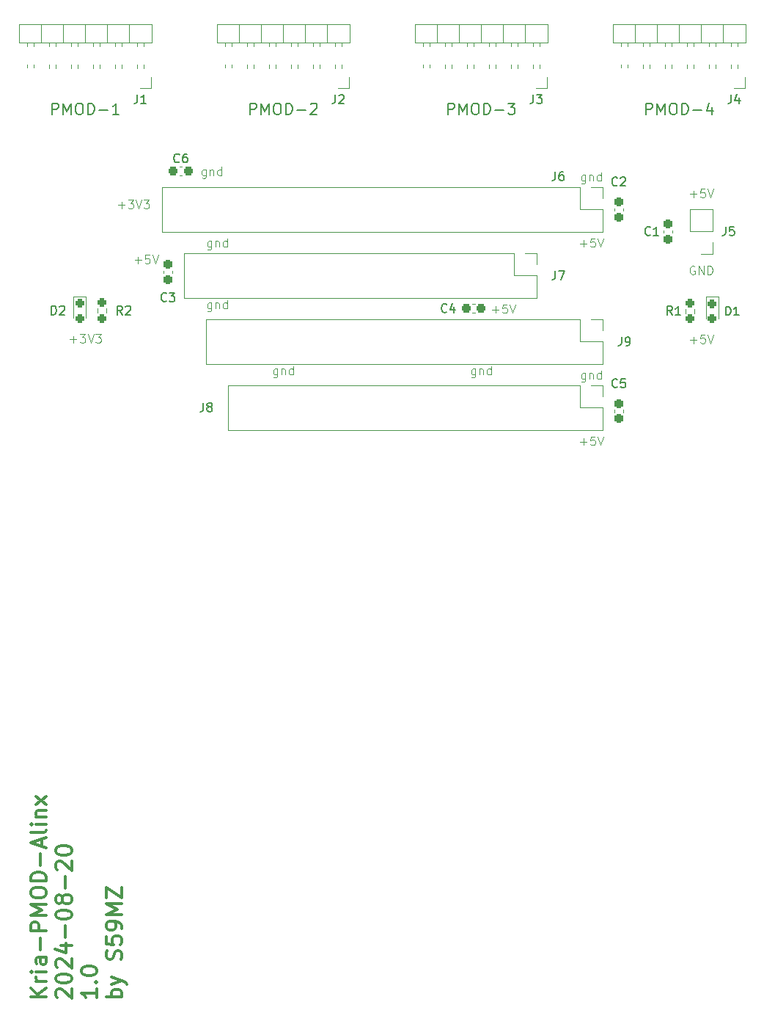
<source format=gto>
G04 #@! TF.GenerationSoftware,KiCad,Pcbnew,7.0.11-7.0.11~ubuntu20.04.1*
G04 #@! TF.CreationDate,2024-08-20T17:51:30+02:00*
G04 #@! TF.ProjectId,kicad-kria-pmod-alinx,6b696361-642d-46b7-9269-612d706d6f64,1.0*
G04 #@! TF.SameCoordinates,Original*
G04 #@! TF.FileFunction,Legend,Top*
G04 #@! TF.FilePolarity,Positive*
%FSLAX46Y46*%
G04 Gerber Fmt 4.6, Leading zero omitted, Abs format (unit mm)*
G04 Created by KiCad (PCBNEW 7.0.11-7.0.11~ubuntu20.04.1) date 2024-08-20 17:51:30*
%MOMM*%
%LPD*%
G01*
G04 APERTURE LIST*
G04 Aperture macros list*
%AMRoundRect*
0 Rectangle with rounded corners*
0 $1 Rounding radius*
0 $2 $3 $4 $5 $6 $7 $8 $9 X,Y pos of 4 corners*
0 Add a 4 corners polygon primitive as box body*
4,1,4,$2,$3,$4,$5,$6,$7,$8,$9,$2,$3,0*
0 Add four circle primitives for the rounded corners*
1,1,$1+$1,$2,$3*
1,1,$1+$1,$4,$5*
1,1,$1+$1,$6,$7*
1,1,$1+$1,$8,$9*
0 Add four rect primitives between the rounded corners*
20,1,$1+$1,$2,$3,$4,$5,0*
20,1,$1+$1,$4,$5,$6,$7,0*
20,1,$1+$1,$6,$7,$8,$9,0*
20,1,$1+$1,$8,$9,$2,$3,0*%
G04 Aperture macros list end*
%ADD10C,0.150000*%
%ADD11C,0.300000*%
%ADD12C,0.100000*%
%ADD13C,0.120000*%
%ADD14C,3.200000*%
%ADD15RoundRect,0.237500X0.300000X0.237500X-0.300000X0.237500X-0.300000X-0.237500X0.300000X-0.237500X0*%
%ADD16C,2.500000*%
%ADD17RoundRect,0.237500X-0.237500X0.250000X-0.237500X-0.250000X0.237500X-0.250000X0.237500X0.250000X0*%
%ADD18RoundRect,0.237500X-0.237500X0.287500X-0.237500X-0.287500X0.237500X-0.287500X0.237500X0.287500X0*%
%ADD19R,1.700000X1.700000*%
%ADD20O,1.700000X1.700000*%
%ADD21RoundRect,0.237500X0.237500X-0.300000X0.237500X0.300000X-0.237500X0.300000X-0.237500X-0.300000X0*%
%ADD22RoundRect,0.237500X-0.237500X0.300000X-0.237500X-0.300000X0.237500X-0.300000X0.237500X0.300000X0*%
%ADD23RoundRect,0.237500X-0.300000X-0.237500X0.300000X-0.237500X0.300000X0.237500X-0.300000X0.237500X0*%
G04 APERTURE END LIST*
D10*
X147301904Y-34763104D02*
X147301904Y-33463104D01*
X147301904Y-33463104D02*
X147797142Y-33463104D01*
X147797142Y-33463104D02*
X147920952Y-33525009D01*
X147920952Y-33525009D02*
X147982857Y-33586914D01*
X147982857Y-33586914D02*
X148044761Y-33710723D01*
X148044761Y-33710723D02*
X148044761Y-33896438D01*
X148044761Y-33896438D02*
X147982857Y-34020247D01*
X147982857Y-34020247D02*
X147920952Y-34082152D01*
X147920952Y-34082152D02*
X147797142Y-34144057D01*
X147797142Y-34144057D02*
X147301904Y-34144057D01*
X148601904Y-34763104D02*
X148601904Y-33463104D01*
X148601904Y-33463104D02*
X149035238Y-34391676D01*
X149035238Y-34391676D02*
X149468571Y-33463104D01*
X149468571Y-33463104D02*
X149468571Y-34763104D01*
X150335237Y-33463104D02*
X150582856Y-33463104D01*
X150582856Y-33463104D02*
X150706666Y-33525009D01*
X150706666Y-33525009D02*
X150830475Y-33648819D01*
X150830475Y-33648819D02*
X150892380Y-33896438D01*
X150892380Y-33896438D02*
X150892380Y-34329771D01*
X150892380Y-34329771D02*
X150830475Y-34577390D01*
X150830475Y-34577390D02*
X150706666Y-34701200D01*
X150706666Y-34701200D02*
X150582856Y-34763104D01*
X150582856Y-34763104D02*
X150335237Y-34763104D01*
X150335237Y-34763104D02*
X150211428Y-34701200D01*
X150211428Y-34701200D02*
X150087618Y-34577390D01*
X150087618Y-34577390D02*
X150025714Y-34329771D01*
X150025714Y-34329771D02*
X150025714Y-33896438D01*
X150025714Y-33896438D02*
X150087618Y-33648819D01*
X150087618Y-33648819D02*
X150211428Y-33525009D01*
X150211428Y-33525009D02*
X150335237Y-33463104D01*
X151449523Y-34763104D02*
X151449523Y-33463104D01*
X151449523Y-33463104D02*
X151759047Y-33463104D01*
X151759047Y-33463104D02*
X151944761Y-33525009D01*
X151944761Y-33525009D02*
X152068571Y-33648819D01*
X152068571Y-33648819D02*
X152130476Y-33772628D01*
X152130476Y-33772628D02*
X152192380Y-34020247D01*
X152192380Y-34020247D02*
X152192380Y-34205961D01*
X152192380Y-34205961D02*
X152130476Y-34453580D01*
X152130476Y-34453580D02*
X152068571Y-34577390D01*
X152068571Y-34577390D02*
X151944761Y-34701200D01*
X151944761Y-34701200D02*
X151759047Y-34763104D01*
X151759047Y-34763104D02*
X151449523Y-34763104D01*
X152749523Y-34267866D02*
X153740000Y-34267866D01*
X154916190Y-33896438D02*
X154916190Y-34763104D01*
X154606666Y-33401200D02*
X154297143Y-34329771D01*
X154297143Y-34329771D02*
X155101904Y-34329771D01*
X124441904Y-34763104D02*
X124441904Y-33463104D01*
X124441904Y-33463104D02*
X124937142Y-33463104D01*
X124937142Y-33463104D02*
X125060952Y-33525009D01*
X125060952Y-33525009D02*
X125122857Y-33586914D01*
X125122857Y-33586914D02*
X125184761Y-33710723D01*
X125184761Y-33710723D02*
X125184761Y-33896438D01*
X125184761Y-33896438D02*
X125122857Y-34020247D01*
X125122857Y-34020247D02*
X125060952Y-34082152D01*
X125060952Y-34082152D02*
X124937142Y-34144057D01*
X124937142Y-34144057D02*
X124441904Y-34144057D01*
X125741904Y-34763104D02*
X125741904Y-33463104D01*
X125741904Y-33463104D02*
X126175238Y-34391676D01*
X126175238Y-34391676D02*
X126608571Y-33463104D01*
X126608571Y-33463104D02*
X126608571Y-34763104D01*
X127475237Y-33463104D02*
X127722856Y-33463104D01*
X127722856Y-33463104D02*
X127846666Y-33525009D01*
X127846666Y-33525009D02*
X127970475Y-33648819D01*
X127970475Y-33648819D02*
X128032380Y-33896438D01*
X128032380Y-33896438D02*
X128032380Y-34329771D01*
X128032380Y-34329771D02*
X127970475Y-34577390D01*
X127970475Y-34577390D02*
X127846666Y-34701200D01*
X127846666Y-34701200D02*
X127722856Y-34763104D01*
X127722856Y-34763104D02*
X127475237Y-34763104D01*
X127475237Y-34763104D02*
X127351428Y-34701200D01*
X127351428Y-34701200D02*
X127227618Y-34577390D01*
X127227618Y-34577390D02*
X127165714Y-34329771D01*
X127165714Y-34329771D02*
X127165714Y-33896438D01*
X127165714Y-33896438D02*
X127227618Y-33648819D01*
X127227618Y-33648819D02*
X127351428Y-33525009D01*
X127351428Y-33525009D02*
X127475237Y-33463104D01*
X128589523Y-34763104D02*
X128589523Y-33463104D01*
X128589523Y-33463104D02*
X128899047Y-33463104D01*
X128899047Y-33463104D02*
X129084761Y-33525009D01*
X129084761Y-33525009D02*
X129208571Y-33648819D01*
X129208571Y-33648819D02*
X129270476Y-33772628D01*
X129270476Y-33772628D02*
X129332380Y-34020247D01*
X129332380Y-34020247D02*
X129332380Y-34205961D01*
X129332380Y-34205961D02*
X129270476Y-34453580D01*
X129270476Y-34453580D02*
X129208571Y-34577390D01*
X129208571Y-34577390D02*
X129084761Y-34701200D01*
X129084761Y-34701200D02*
X128899047Y-34763104D01*
X128899047Y-34763104D02*
X128589523Y-34763104D01*
X129889523Y-34267866D02*
X130880000Y-34267866D01*
X131375238Y-33463104D02*
X132180000Y-33463104D01*
X132180000Y-33463104D02*
X131746666Y-33958342D01*
X131746666Y-33958342D02*
X131932381Y-33958342D01*
X131932381Y-33958342D02*
X132056190Y-34020247D01*
X132056190Y-34020247D02*
X132118095Y-34082152D01*
X132118095Y-34082152D02*
X132180000Y-34205961D01*
X132180000Y-34205961D02*
X132180000Y-34515485D01*
X132180000Y-34515485D02*
X132118095Y-34639295D01*
X132118095Y-34639295D02*
X132056190Y-34701200D01*
X132056190Y-34701200D02*
X131932381Y-34763104D01*
X131932381Y-34763104D02*
X131560952Y-34763104D01*
X131560952Y-34763104D02*
X131437143Y-34701200D01*
X131437143Y-34701200D02*
X131375238Y-34639295D01*
X101581904Y-34763104D02*
X101581904Y-33463104D01*
X101581904Y-33463104D02*
X102077142Y-33463104D01*
X102077142Y-33463104D02*
X102200952Y-33525009D01*
X102200952Y-33525009D02*
X102262857Y-33586914D01*
X102262857Y-33586914D02*
X102324761Y-33710723D01*
X102324761Y-33710723D02*
X102324761Y-33896438D01*
X102324761Y-33896438D02*
X102262857Y-34020247D01*
X102262857Y-34020247D02*
X102200952Y-34082152D01*
X102200952Y-34082152D02*
X102077142Y-34144057D01*
X102077142Y-34144057D02*
X101581904Y-34144057D01*
X102881904Y-34763104D02*
X102881904Y-33463104D01*
X102881904Y-33463104D02*
X103315238Y-34391676D01*
X103315238Y-34391676D02*
X103748571Y-33463104D01*
X103748571Y-33463104D02*
X103748571Y-34763104D01*
X104615237Y-33463104D02*
X104862856Y-33463104D01*
X104862856Y-33463104D02*
X104986666Y-33525009D01*
X104986666Y-33525009D02*
X105110475Y-33648819D01*
X105110475Y-33648819D02*
X105172380Y-33896438D01*
X105172380Y-33896438D02*
X105172380Y-34329771D01*
X105172380Y-34329771D02*
X105110475Y-34577390D01*
X105110475Y-34577390D02*
X104986666Y-34701200D01*
X104986666Y-34701200D02*
X104862856Y-34763104D01*
X104862856Y-34763104D02*
X104615237Y-34763104D01*
X104615237Y-34763104D02*
X104491428Y-34701200D01*
X104491428Y-34701200D02*
X104367618Y-34577390D01*
X104367618Y-34577390D02*
X104305714Y-34329771D01*
X104305714Y-34329771D02*
X104305714Y-33896438D01*
X104305714Y-33896438D02*
X104367618Y-33648819D01*
X104367618Y-33648819D02*
X104491428Y-33525009D01*
X104491428Y-33525009D02*
X104615237Y-33463104D01*
X105729523Y-34763104D02*
X105729523Y-33463104D01*
X105729523Y-33463104D02*
X106039047Y-33463104D01*
X106039047Y-33463104D02*
X106224761Y-33525009D01*
X106224761Y-33525009D02*
X106348571Y-33648819D01*
X106348571Y-33648819D02*
X106410476Y-33772628D01*
X106410476Y-33772628D02*
X106472380Y-34020247D01*
X106472380Y-34020247D02*
X106472380Y-34205961D01*
X106472380Y-34205961D02*
X106410476Y-34453580D01*
X106410476Y-34453580D02*
X106348571Y-34577390D01*
X106348571Y-34577390D02*
X106224761Y-34701200D01*
X106224761Y-34701200D02*
X106039047Y-34763104D01*
X106039047Y-34763104D02*
X105729523Y-34763104D01*
X107029523Y-34267866D02*
X108020000Y-34267866D01*
X108577143Y-33586914D02*
X108639047Y-33525009D01*
X108639047Y-33525009D02*
X108762857Y-33463104D01*
X108762857Y-33463104D02*
X109072381Y-33463104D01*
X109072381Y-33463104D02*
X109196190Y-33525009D01*
X109196190Y-33525009D02*
X109258095Y-33586914D01*
X109258095Y-33586914D02*
X109320000Y-33710723D01*
X109320000Y-33710723D02*
X109320000Y-33834533D01*
X109320000Y-33834533D02*
X109258095Y-34020247D01*
X109258095Y-34020247D02*
X108515238Y-34763104D01*
X108515238Y-34763104D02*
X109320000Y-34763104D01*
X78721904Y-34763104D02*
X78721904Y-33463104D01*
X78721904Y-33463104D02*
X79217142Y-33463104D01*
X79217142Y-33463104D02*
X79340952Y-33525009D01*
X79340952Y-33525009D02*
X79402857Y-33586914D01*
X79402857Y-33586914D02*
X79464761Y-33710723D01*
X79464761Y-33710723D02*
X79464761Y-33896438D01*
X79464761Y-33896438D02*
X79402857Y-34020247D01*
X79402857Y-34020247D02*
X79340952Y-34082152D01*
X79340952Y-34082152D02*
X79217142Y-34144057D01*
X79217142Y-34144057D02*
X78721904Y-34144057D01*
X80021904Y-34763104D02*
X80021904Y-33463104D01*
X80021904Y-33463104D02*
X80455238Y-34391676D01*
X80455238Y-34391676D02*
X80888571Y-33463104D01*
X80888571Y-33463104D02*
X80888571Y-34763104D01*
X81755237Y-33463104D02*
X82002856Y-33463104D01*
X82002856Y-33463104D02*
X82126666Y-33525009D01*
X82126666Y-33525009D02*
X82250475Y-33648819D01*
X82250475Y-33648819D02*
X82312380Y-33896438D01*
X82312380Y-33896438D02*
X82312380Y-34329771D01*
X82312380Y-34329771D02*
X82250475Y-34577390D01*
X82250475Y-34577390D02*
X82126666Y-34701200D01*
X82126666Y-34701200D02*
X82002856Y-34763104D01*
X82002856Y-34763104D02*
X81755237Y-34763104D01*
X81755237Y-34763104D02*
X81631428Y-34701200D01*
X81631428Y-34701200D02*
X81507618Y-34577390D01*
X81507618Y-34577390D02*
X81445714Y-34329771D01*
X81445714Y-34329771D02*
X81445714Y-33896438D01*
X81445714Y-33896438D02*
X81507618Y-33648819D01*
X81507618Y-33648819D02*
X81631428Y-33525009D01*
X81631428Y-33525009D02*
X81755237Y-33463104D01*
X82869523Y-34763104D02*
X82869523Y-33463104D01*
X82869523Y-33463104D02*
X83179047Y-33463104D01*
X83179047Y-33463104D02*
X83364761Y-33525009D01*
X83364761Y-33525009D02*
X83488571Y-33648819D01*
X83488571Y-33648819D02*
X83550476Y-33772628D01*
X83550476Y-33772628D02*
X83612380Y-34020247D01*
X83612380Y-34020247D02*
X83612380Y-34205961D01*
X83612380Y-34205961D02*
X83550476Y-34453580D01*
X83550476Y-34453580D02*
X83488571Y-34577390D01*
X83488571Y-34577390D02*
X83364761Y-34701200D01*
X83364761Y-34701200D02*
X83179047Y-34763104D01*
X83179047Y-34763104D02*
X82869523Y-34763104D01*
X84169523Y-34267866D02*
X85160000Y-34267866D01*
X86460000Y-34763104D02*
X85717143Y-34763104D01*
X86088571Y-34763104D02*
X86088571Y-33463104D01*
X86088571Y-33463104D02*
X85964762Y-33648819D01*
X85964762Y-33648819D02*
X85840952Y-33772628D01*
X85840952Y-33772628D02*
X85717143Y-33834533D01*
D11*
X78075114Y-136539060D02*
X76275114Y-136539060D01*
X78075114Y-135510489D02*
X77046542Y-136281917D01*
X76275114Y-135510489D02*
X77303685Y-136539060D01*
X78075114Y-134739060D02*
X76875114Y-134739060D01*
X77217971Y-134739060D02*
X77046542Y-134653346D01*
X77046542Y-134653346D02*
X76960828Y-134567632D01*
X76960828Y-134567632D02*
X76875114Y-134396203D01*
X76875114Y-134396203D02*
X76875114Y-134224774D01*
X78075114Y-133624774D02*
X76875114Y-133624774D01*
X76275114Y-133624774D02*
X76360828Y-133710488D01*
X76360828Y-133710488D02*
X76446542Y-133624774D01*
X76446542Y-133624774D02*
X76360828Y-133539060D01*
X76360828Y-133539060D02*
X76275114Y-133624774D01*
X76275114Y-133624774D02*
X76446542Y-133624774D01*
X78075114Y-131996203D02*
X77132257Y-131996203D01*
X77132257Y-131996203D02*
X76960828Y-132081917D01*
X76960828Y-132081917D02*
X76875114Y-132253345D01*
X76875114Y-132253345D02*
X76875114Y-132596203D01*
X76875114Y-132596203D02*
X76960828Y-132767631D01*
X77989400Y-131996203D02*
X78075114Y-132167631D01*
X78075114Y-132167631D02*
X78075114Y-132596203D01*
X78075114Y-132596203D02*
X77989400Y-132767631D01*
X77989400Y-132767631D02*
X77817971Y-132853345D01*
X77817971Y-132853345D02*
X77646542Y-132853345D01*
X77646542Y-132853345D02*
X77475114Y-132767631D01*
X77475114Y-132767631D02*
X77389400Y-132596203D01*
X77389400Y-132596203D02*
X77389400Y-132167631D01*
X77389400Y-132167631D02*
X77303685Y-131996203D01*
X77389400Y-131139060D02*
X77389400Y-129767632D01*
X78075114Y-128910489D02*
X76275114Y-128910489D01*
X76275114Y-128910489D02*
X76275114Y-128224775D01*
X76275114Y-128224775D02*
X76360828Y-128053346D01*
X76360828Y-128053346D02*
X76446542Y-127967632D01*
X76446542Y-127967632D02*
X76617971Y-127881918D01*
X76617971Y-127881918D02*
X76875114Y-127881918D01*
X76875114Y-127881918D02*
X77046542Y-127967632D01*
X77046542Y-127967632D02*
X77132257Y-128053346D01*
X77132257Y-128053346D02*
X77217971Y-128224775D01*
X77217971Y-128224775D02*
X77217971Y-128910489D01*
X78075114Y-127110489D02*
X76275114Y-127110489D01*
X76275114Y-127110489D02*
X77560828Y-126510489D01*
X77560828Y-126510489D02*
X76275114Y-125910489D01*
X76275114Y-125910489D02*
X78075114Y-125910489D01*
X76275114Y-124710489D02*
X76275114Y-124367632D01*
X76275114Y-124367632D02*
X76360828Y-124196203D01*
X76360828Y-124196203D02*
X76532257Y-124024775D01*
X76532257Y-124024775D02*
X76875114Y-123939060D01*
X76875114Y-123939060D02*
X77475114Y-123939060D01*
X77475114Y-123939060D02*
X77817971Y-124024775D01*
X77817971Y-124024775D02*
X77989400Y-124196203D01*
X77989400Y-124196203D02*
X78075114Y-124367632D01*
X78075114Y-124367632D02*
X78075114Y-124710489D01*
X78075114Y-124710489D02*
X77989400Y-124881918D01*
X77989400Y-124881918D02*
X77817971Y-125053346D01*
X77817971Y-125053346D02*
X77475114Y-125139060D01*
X77475114Y-125139060D02*
X76875114Y-125139060D01*
X76875114Y-125139060D02*
X76532257Y-125053346D01*
X76532257Y-125053346D02*
X76360828Y-124881918D01*
X76360828Y-124881918D02*
X76275114Y-124710489D01*
X78075114Y-123167632D02*
X76275114Y-123167632D01*
X76275114Y-123167632D02*
X76275114Y-122739061D01*
X76275114Y-122739061D02*
X76360828Y-122481918D01*
X76360828Y-122481918D02*
X76532257Y-122310489D01*
X76532257Y-122310489D02*
X76703685Y-122224775D01*
X76703685Y-122224775D02*
X77046542Y-122139061D01*
X77046542Y-122139061D02*
X77303685Y-122139061D01*
X77303685Y-122139061D02*
X77646542Y-122224775D01*
X77646542Y-122224775D02*
X77817971Y-122310489D01*
X77817971Y-122310489D02*
X77989400Y-122481918D01*
X77989400Y-122481918D02*
X78075114Y-122739061D01*
X78075114Y-122739061D02*
X78075114Y-123167632D01*
X77389400Y-121367632D02*
X77389400Y-119996204D01*
X77560828Y-119224775D02*
X77560828Y-118367633D01*
X78075114Y-119396204D02*
X76275114Y-118796204D01*
X76275114Y-118796204D02*
X78075114Y-118196204D01*
X78075114Y-117339061D02*
X77989400Y-117510490D01*
X77989400Y-117510490D02*
X77817971Y-117596204D01*
X77817971Y-117596204D02*
X76275114Y-117596204D01*
X78075114Y-116653347D02*
X76875114Y-116653347D01*
X76275114Y-116653347D02*
X76360828Y-116739061D01*
X76360828Y-116739061D02*
X76446542Y-116653347D01*
X76446542Y-116653347D02*
X76360828Y-116567633D01*
X76360828Y-116567633D02*
X76275114Y-116653347D01*
X76275114Y-116653347D02*
X76446542Y-116653347D01*
X76875114Y-115796204D02*
X78075114Y-115796204D01*
X77046542Y-115796204D02*
X76960828Y-115710490D01*
X76960828Y-115710490D02*
X76875114Y-115539061D01*
X76875114Y-115539061D02*
X76875114Y-115281918D01*
X76875114Y-115281918D02*
X76960828Y-115110490D01*
X76960828Y-115110490D02*
X77132257Y-115024776D01*
X77132257Y-115024776D02*
X78075114Y-115024776D01*
X78075114Y-114339062D02*
X76875114Y-113396205D01*
X76875114Y-114339062D02*
X78075114Y-113396205D01*
X79344542Y-136624774D02*
X79258828Y-136539060D01*
X79258828Y-136539060D02*
X79173114Y-136367632D01*
X79173114Y-136367632D02*
X79173114Y-135939060D01*
X79173114Y-135939060D02*
X79258828Y-135767632D01*
X79258828Y-135767632D02*
X79344542Y-135681917D01*
X79344542Y-135681917D02*
X79515971Y-135596203D01*
X79515971Y-135596203D02*
X79687400Y-135596203D01*
X79687400Y-135596203D02*
X79944542Y-135681917D01*
X79944542Y-135681917D02*
X80973114Y-136710489D01*
X80973114Y-136710489D02*
X80973114Y-135596203D01*
X79173114Y-134481917D02*
X79173114Y-134310488D01*
X79173114Y-134310488D02*
X79258828Y-134139060D01*
X79258828Y-134139060D02*
X79344542Y-134053346D01*
X79344542Y-134053346D02*
X79515971Y-133967631D01*
X79515971Y-133967631D02*
X79858828Y-133881917D01*
X79858828Y-133881917D02*
X80287400Y-133881917D01*
X80287400Y-133881917D02*
X80630257Y-133967631D01*
X80630257Y-133967631D02*
X80801685Y-134053346D01*
X80801685Y-134053346D02*
X80887400Y-134139060D01*
X80887400Y-134139060D02*
X80973114Y-134310488D01*
X80973114Y-134310488D02*
X80973114Y-134481917D01*
X80973114Y-134481917D02*
X80887400Y-134653346D01*
X80887400Y-134653346D02*
X80801685Y-134739060D01*
X80801685Y-134739060D02*
X80630257Y-134824774D01*
X80630257Y-134824774D02*
X80287400Y-134910488D01*
X80287400Y-134910488D02*
X79858828Y-134910488D01*
X79858828Y-134910488D02*
X79515971Y-134824774D01*
X79515971Y-134824774D02*
X79344542Y-134739060D01*
X79344542Y-134739060D02*
X79258828Y-134653346D01*
X79258828Y-134653346D02*
X79173114Y-134481917D01*
X79344542Y-133196202D02*
X79258828Y-133110488D01*
X79258828Y-133110488D02*
X79173114Y-132939060D01*
X79173114Y-132939060D02*
X79173114Y-132510488D01*
X79173114Y-132510488D02*
X79258828Y-132339060D01*
X79258828Y-132339060D02*
X79344542Y-132253345D01*
X79344542Y-132253345D02*
X79515971Y-132167631D01*
X79515971Y-132167631D02*
X79687400Y-132167631D01*
X79687400Y-132167631D02*
X79944542Y-132253345D01*
X79944542Y-132253345D02*
X80973114Y-133281917D01*
X80973114Y-133281917D02*
X80973114Y-132167631D01*
X79773114Y-130624774D02*
X80973114Y-130624774D01*
X79087400Y-131053345D02*
X80373114Y-131481916D01*
X80373114Y-131481916D02*
X80373114Y-130367631D01*
X80287400Y-129681916D02*
X80287400Y-128310488D01*
X79173114Y-127110488D02*
X79173114Y-126939059D01*
X79173114Y-126939059D02*
X79258828Y-126767631D01*
X79258828Y-126767631D02*
X79344542Y-126681917D01*
X79344542Y-126681917D02*
X79515971Y-126596202D01*
X79515971Y-126596202D02*
X79858828Y-126510488D01*
X79858828Y-126510488D02*
X80287400Y-126510488D01*
X80287400Y-126510488D02*
X80630257Y-126596202D01*
X80630257Y-126596202D02*
X80801685Y-126681917D01*
X80801685Y-126681917D02*
X80887400Y-126767631D01*
X80887400Y-126767631D02*
X80973114Y-126939059D01*
X80973114Y-126939059D02*
X80973114Y-127110488D01*
X80973114Y-127110488D02*
X80887400Y-127281917D01*
X80887400Y-127281917D02*
X80801685Y-127367631D01*
X80801685Y-127367631D02*
X80630257Y-127453345D01*
X80630257Y-127453345D02*
X80287400Y-127539059D01*
X80287400Y-127539059D02*
X79858828Y-127539059D01*
X79858828Y-127539059D02*
X79515971Y-127453345D01*
X79515971Y-127453345D02*
X79344542Y-127367631D01*
X79344542Y-127367631D02*
X79258828Y-127281917D01*
X79258828Y-127281917D02*
X79173114Y-127110488D01*
X79944542Y-125481916D02*
X79858828Y-125653345D01*
X79858828Y-125653345D02*
X79773114Y-125739059D01*
X79773114Y-125739059D02*
X79601685Y-125824773D01*
X79601685Y-125824773D02*
X79515971Y-125824773D01*
X79515971Y-125824773D02*
X79344542Y-125739059D01*
X79344542Y-125739059D02*
X79258828Y-125653345D01*
X79258828Y-125653345D02*
X79173114Y-125481916D01*
X79173114Y-125481916D02*
X79173114Y-125139059D01*
X79173114Y-125139059D02*
X79258828Y-124967631D01*
X79258828Y-124967631D02*
X79344542Y-124881916D01*
X79344542Y-124881916D02*
X79515971Y-124796202D01*
X79515971Y-124796202D02*
X79601685Y-124796202D01*
X79601685Y-124796202D02*
X79773114Y-124881916D01*
X79773114Y-124881916D02*
X79858828Y-124967631D01*
X79858828Y-124967631D02*
X79944542Y-125139059D01*
X79944542Y-125139059D02*
X79944542Y-125481916D01*
X79944542Y-125481916D02*
X80030257Y-125653345D01*
X80030257Y-125653345D02*
X80115971Y-125739059D01*
X80115971Y-125739059D02*
X80287400Y-125824773D01*
X80287400Y-125824773D02*
X80630257Y-125824773D01*
X80630257Y-125824773D02*
X80801685Y-125739059D01*
X80801685Y-125739059D02*
X80887400Y-125653345D01*
X80887400Y-125653345D02*
X80973114Y-125481916D01*
X80973114Y-125481916D02*
X80973114Y-125139059D01*
X80973114Y-125139059D02*
X80887400Y-124967631D01*
X80887400Y-124967631D02*
X80801685Y-124881916D01*
X80801685Y-124881916D02*
X80630257Y-124796202D01*
X80630257Y-124796202D02*
X80287400Y-124796202D01*
X80287400Y-124796202D02*
X80115971Y-124881916D01*
X80115971Y-124881916D02*
X80030257Y-124967631D01*
X80030257Y-124967631D02*
X79944542Y-125139059D01*
X80287400Y-124024773D02*
X80287400Y-122653345D01*
X79344542Y-121881916D02*
X79258828Y-121796202D01*
X79258828Y-121796202D02*
X79173114Y-121624774D01*
X79173114Y-121624774D02*
X79173114Y-121196202D01*
X79173114Y-121196202D02*
X79258828Y-121024774D01*
X79258828Y-121024774D02*
X79344542Y-120939059D01*
X79344542Y-120939059D02*
X79515971Y-120853345D01*
X79515971Y-120853345D02*
X79687400Y-120853345D01*
X79687400Y-120853345D02*
X79944542Y-120939059D01*
X79944542Y-120939059D02*
X80973114Y-121967631D01*
X80973114Y-121967631D02*
X80973114Y-120853345D01*
X79173114Y-119739059D02*
X79173114Y-119567630D01*
X79173114Y-119567630D02*
X79258828Y-119396202D01*
X79258828Y-119396202D02*
X79344542Y-119310488D01*
X79344542Y-119310488D02*
X79515971Y-119224773D01*
X79515971Y-119224773D02*
X79858828Y-119139059D01*
X79858828Y-119139059D02*
X80287400Y-119139059D01*
X80287400Y-119139059D02*
X80630257Y-119224773D01*
X80630257Y-119224773D02*
X80801685Y-119310488D01*
X80801685Y-119310488D02*
X80887400Y-119396202D01*
X80887400Y-119396202D02*
X80973114Y-119567630D01*
X80973114Y-119567630D02*
X80973114Y-119739059D01*
X80973114Y-119739059D02*
X80887400Y-119910488D01*
X80887400Y-119910488D02*
X80801685Y-119996202D01*
X80801685Y-119996202D02*
X80630257Y-120081916D01*
X80630257Y-120081916D02*
X80287400Y-120167630D01*
X80287400Y-120167630D02*
X79858828Y-120167630D01*
X79858828Y-120167630D02*
X79515971Y-120081916D01*
X79515971Y-120081916D02*
X79344542Y-119996202D01*
X79344542Y-119996202D02*
X79258828Y-119910488D01*
X79258828Y-119910488D02*
X79173114Y-119739059D01*
X83871114Y-135596203D02*
X83871114Y-136624774D01*
X83871114Y-136110489D02*
X82071114Y-136110489D01*
X82071114Y-136110489D02*
X82328257Y-136281917D01*
X82328257Y-136281917D02*
X82499685Y-136453346D01*
X82499685Y-136453346D02*
X82585400Y-136624774D01*
X83699685Y-134824774D02*
X83785400Y-134739060D01*
X83785400Y-134739060D02*
X83871114Y-134824774D01*
X83871114Y-134824774D02*
X83785400Y-134910488D01*
X83785400Y-134910488D02*
X83699685Y-134824774D01*
X83699685Y-134824774D02*
X83871114Y-134824774D01*
X82071114Y-133624774D02*
X82071114Y-133453345D01*
X82071114Y-133453345D02*
X82156828Y-133281917D01*
X82156828Y-133281917D02*
X82242542Y-133196203D01*
X82242542Y-133196203D02*
X82413971Y-133110488D01*
X82413971Y-133110488D02*
X82756828Y-133024774D01*
X82756828Y-133024774D02*
X83185400Y-133024774D01*
X83185400Y-133024774D02*
X83528257Y-133110488D01*
X83528257Y-133110488D02*
X83699685Y-133196203D01*
X83699685Y-133196203D02*
X83785400Y-133281917D01*
X83785400Y-133281917D02*
X83871114Y-133453345D01*
X83871114Y-133453345D02*
X83871114Y-133624774D01*
X83871114Y-133624774D02*
X83785400Y-133796203D01*
X83785400Y-133796203D02*
X83699685Y-133881917D01*
X83699685Y-133881917D02*
X83528257Y-133967631D01*
X83528257Y-133967631D02*
X83185400Y-134053345D01*
X83185400Y-134053345D02*
X82756828Y-134053345D01*
X82756828Y-134053345D02*
X82413971Y-133967631D01*
X82413971Y-133967631D02*
X82242542Y-133881917D01*
X82242542Y-133881917D02*
X82156828Y-133796203D01*
X82156828Y-133796203D02*
X82071114Y-133624774D01*
X86769114Y-136539060D02*
X84969114Y-136539060D01*
X85654828Y-136539060D02*
X85569114Y-136367632D01*
X85569114Y-136367632D02*
X85569114Y-136024774D01*
X85569114Y-136024774D02*
X85654828Y-135853346D01*
X85654828Y-135853346D02*
X85740542Y-135767632D01*
X85740542Y-135767632D02*
X85911971Y-135681917D01*
X85911971Y-135681917D02*
X86426257Y-135681917D01*
X86426257Y-135681917D02*
X86597685Y-135767632D01*
X86597685Y-135767632D02*
X86683400Y-135853346D01*
X86683400Y-135853346D02*
X86769114Y-136024774D01*
X86769114Y-136024774D02*
X86769114Y-136367632D01*
X86769114Y-136367632D02*
X86683400Y-136539060D01*
X85569114Y-135081918D02*
X86769114Y-134653346D01*
X85569114Y-134224775D02*
X86769114Y-134653346D01*
X86769114Y-134653346D02*
X87197685Y-134824775D01*
X87197685Y-134824775D02*
X87283400Y-134910489D01*
X87283400Y-134910489D02*
X87369114Y-135081918D01*
X86683400Y-132253345D02*
X86769114Y-131996203D01*
X86769114Y-131996203D02*
X86769114Y-131567631D01*
X86769114Y-131567631D02*
X86683400Y-131396203D01*
X86683400Y-131396203D02*
X86597685Y-131310488D01*
X86597685Y-131310488D02*
X86426257Y-131224774D01*
X86426257Y-131224774D02*
X86254828Y-131224774D01*
X86254828Y-131224774D02*
X86083400Y-131310488D01*
X86083400Y-131310488D02*
X85997685Y-131396203D01*
X85997685Y-131396203D02*
X85911971Y-131567631D01*
X85911971Y-131567631D02*
X85826257Y-131910488D01*
X85826257Y-131910488D02*
X85740542Y-132081917D01*
X85740542Y-132081917D02*
X85654828Y-132167631D01*
X85654828Y-132167631D02*
X85483400Y-132253345D01*
X85483400Y-132253345D02*
X85311971Y-132253345D01*
X85311971Y-132253345D02*
X85140542Y-132167631D01*
X85140542Y-132167631D02*
X85054828Y-132081917D01*
X85054828Y-132081917D02*
X84969114Y-131910488D01*
X84969114Y-131910488D02*
X84969114Y-131481917D01*
X84969114Y-131481917D02*
X85054828Y-131224774D01*
X84969114Y-129596202D02*
X84969114Y-130453345D01*
X84969114Y-130453345D02*
X85826257Y-130539059D01*
X85826257Y-130539059D02*
X85740542Y-130453345D01*
X85740542Y-130453345D02*
X85654828Y-130281917D01*
X85654828Y-130281917D02*
X85654828Y-129853345D01*
X85654828Y-129853345D02*
X85740542Y-129681917D01*
X85740542Y-129681917D02*
X85826257Y-129596202D01*
X85826257Y-129596202D02*
X85997685Y-129510488D01*
X85997685Y-129510488D02*
X86426257Y-129510488D01*
X86426257Y-129510488D02*
X86597685Y-129596202D01*
X86597685Y-129596202D02*
X86683400Y-129681917D01*
X86683400Y-129681917D02*
X86769114Y-129853345D01*
X86769114Y-129853345D02*
X86769114Y-130281917D01*
X86769114Y-130281917D02*
X86683400Y-130453345D01*
X86683400Y-130453345D02*
X86597685Y-130539059D01*
X86769114Y-128653345D02*
X86769114Y-128310488D01*
X86769114Y-128310488D02*
X86683400Y-128139059D01*
X86683400Y-128139059D02*
X86597685Y-128053345D01*
X86597685Y-128053345D02*
X86340542Y-127881916D01*
X86340542Y-127881916D02*
X85997685Y-127796202D01*
X85997685Y-127796202D02*
X85311971Y-127796202D01*
X85311971Y-127796202D02*
X85140542Y-127881916D01*
X85140542Y-127881916D02*
X85054828Y-127967631D01*
X85054828Y-127967631D02*
X84969114Y-128139059D01*
X84969114Y-128139059D02*
X84969114Y-128481916D01*
X84969114Y-128481916D02*
X85054828Y-128653345D01*
X85054828Y-128653345D02*
X85140542Y-128739059D01*
X85140542Y-128739059D02*
X85311971Y-128824773D01*
X85311971Y-128824773D02*
X85740542Y-128824773D01*
X85740542Y-128824773D02*
X85911971Y-128739059D01*
X85911971Y-128739059D02*
X85997685Y-128653345D01*
X85997685Y-128653345D02*
X86083400Y-128481916D01*
X86083400Y-128481916D02*
X86083400Y-128139059D01*
X86083400Y-128139059D02*
X85997685Y-127967631D01*
X85997685Y-127967631D02*
X85911971Y-127881916D01*
X85911971Y-127881916D02*
X85740542Y-127796202D01*
X86769114Y-127024773D02*
X84969114Y-127024773D01*
X84969114Y-127024773D02*
X86254828Y-126424773D01*
X86254828Y-126424773D02*
X84969114Y-125824773D01*
X84969114Y-125824773D02*
X86769114Y-125824773D01*
X84969114Y-125139059D02*
X84969114Y-123939059D01*
X84969114Y-123939059D02*
X86769114Y-125139059D01*
X86769114Y-125139059D02*
X86769114Y-123939059D01*
D12*
X97109523Y-49375752D02*
X97109523Y-50185276D01*
X97109523Y-50185276D02*
X97061904Y-50280514D01*
X97061904Y-50280514D02*
X97014285Y-50328133D01*
X97014285Y-50328133D02*
X96919047Y-50375752D01*
X96919047Y-50375752D02*
X96776190Y-50375752D01*
X96776190Y-50375752D02*
X96680952Y-50328133D01*
X97109523Y-49994800D02*
X97014285Y-50042419D01*
X97014285Y-50042419D02*
X96823809Y-50042419D01*
X96823809Y-50042419D02*
X96728571Y-49994800D01*
X96728571Y-49994800D02*
X96680952Y-49947180D01*
X96680952Y-49947180D02*
X96633333Y-49851942D01*
X96633333Y-49851942D02*
X96633333Y-49566228D01*
X96633333Y-49566228D02*
X96680952Y-49470990D01*
X96680952Y-49470990D02*
X96728571Y-49423371D01*
X96728571Y-49423371D02*
X96823809Y-49375752D01*
X96823809Y-49375752D02*
X97014285Y-49375752D01*
X97014285Y-49375752D02*
X97109523Y-49423371D01*
X97585714Y-49375752D02*
X97585714Y-50042419D01*
X97585714Y-49470990D02*
X97633333Y-49423371D01*
X97633333Y-49423371D02*
X97728571Y-49375752D01*
X97728571Y-49375752D02*
X97871428Y-49375752D01*
X97871428Y-49375752D02*
X97966666Y-49423371D01*
X97966666Y-49423371D02*
X98014285Y-49518609D01*
X98014285Y-49518609D02*
X98014285Y-50042419D01*
X98919047Y-50042419D02*
X98919047Y-49042419D01*
X98919047Y-49994800D02*
X98823809Y-50042419D01*
X98823809Y-50042419D02*
X98633333Y-50042419D01*
X98633333Y-50042419D02*
X98538095Y-49994800D01*
X98538095Y-49994800D02*
X98490476Y-49947180D01*
X98490476Y-49947180D02*
X98442857Y-49851942D01*
X98442857Y-49851942D02*
X98442857Y-49566228D01*
X98442857Y-49566228D02*
X98490476Y-49470990D01*
X98490476Y-49470990D02*
X98538095Y-49423371D01*
X98538095Y-49423371D02*
X98633333Y-49375752D01*
X98633333Y-49375752D02*
X98823809Y-49375752D01*
X98823809Y-49375752D02*
X98919047Y-49423371D01*
X97109523Y-56487752D02*
X97109523Y-57297276D01*
X97109523Y-57297276D02*
X97061904Y-57392514D01*
X97061904Y-57392514D02*
X97014285Y-57440133D01*
X97014285Y-57440133D02*
X96919047Y-57487752D01*
X96919047Y-57487752D02*
X96776190Y-57487752D01*
X96776190Y-57487752D02*
X96680952Y-57440133D01*
X97109523Y-57106800D02*
X97014285Y-57154419D01*
X97014285Y-57154419D02*
X96823809Y-57154419D01*
X96823809Y-57154419D02*
X96728571Y-57106800D01*
X96728571Y-57106800D02*
X96680952Y-57059180D01*
X96680952Y-57059180D02*
X96633333Y-56963942D01*
X96633333Y-56963942D02*
X96633333Y-56678228D01*
X96633333Y-56678228D02*
X96680952Y-56582990D01*
X96680952Y-56582990D02*
X96728571Y-56535371D01*
X96728571Y-56535371D02*
X96823809Y-56487752D01*
X96823809Y-56487752D02*
X97014285Y-56487752D01*
X97014285Y-56487752D02*
X97109523Y-56535371D01*
X97585714Y-56487752D02*
X97585714Y-57154419D01*
X97585714Y-56582990D02*
X97633333Y-56535371D01*
X97633333Y-56535371D02*
X97728571Y-56487752D01*
X97728571Y-56487752D02*
X97871428Y-56487752D01*
X97871428Y-56487752D02*
X97966666Y-56535371D01*
X97966666Y-56535371D02*
X98014285Y-56630609D01*
X98014285Y-56630609D02*
X98014285Y-57154419D01*
X98919047Y-57154419D02*
X98919047Y-56154419D01*
X98919047Y-57106800D02*
X98823809Y-57154419D01*
X98823809Y-57154419D02*
X98633333Y-57154419D01*
X98633333Y-57154419D02*
X98538095Y-57106800D01*
X98538095Y-57106800D02*
X98490476Y-57059180D01*
X98490476Y-57059180D02*
X98442857Y-56963942D01*
X98442857Y-56963942D02*
X98442857Y-56678228D01*
X98442857Y-56678228D02*
X98490476Y-56582990D01*
X98490476Y-56582990D02*
X98538095Y-56535371D01*
X98538095Y-56535371D02*
X98633333Y-56487752D01*
X98633333Y-56487752D02*
X98823809Y-56487752D01*
X98823809Y-56487752D02*
X98919047Y-56535371D01*
X140289523Y-64615752D02*
X140289523Y-65425276D01*
X140289523Y-65425276D02*
X140241904Y-65520514D01*
X140241904Y-65520514D02*
X140194285Y-65568133D01*
X140194285Y-65568133D02*
X140099047Y-65615752D01*
X140099047Y-65615752D02*
X139956190Y-65615752D01*
X139956190Y-65615752D02*
X139860952Y-65568133D01*
X140289523Y-65234800D02*
X140194285Y-65282419D01*
X140194285Y-65282419D02*
X140003809Y-65282419D01*
X140003809Y-65282419D02*
X139908571Y-65234800D01*
X139908571Y-65234800D02*
X139860952Y-65187180D01*
X139860952Y-65187180D02*
X139813333Y-65091942D01*
X139813333Y-65091942D02*
X139813333Y-64806228D01*
X139813333Y-64806228D02*
X139860952Y-64710990D01*
X139860952Y-64710990D02*
X139908571Y-64663371D01*
X139908571Y-64663371D02*
X140003809Y-64615752D01*
X140003809Y-64615752D02*
X140194285Y-64615752D01*
X140194285Y-64615752D02*
X140289523Y-64663371D01*
X140765714Y-64615752D02*
X140765714Y-65282419D01*
X140765714Y-64710990D02*
X140813333Y-64663371D01*
X140813333Y-64663371D02*
X140908571Y-64615752D01*
X140908571Y-64615752D02*
X141051428Y-64615752D01*
X141051428Y-64615752D02*
X141146666Y-64663371D01*
X141146666Y-64663371D02*
X141194285Y-64758609D01*
X141194285Y-64758609D02*
X141194285Y-65282419D01*
X142099047Y-65282419D02*
X142099047Y-64282419D01*
X142099047Y-65234800D02*
X142003809Y-65282419D01*
X142003809Y-65282419D02*
X141813333Y-65282419D01*
X141813333Y-65282419D02*
X141718095Y-65234800D01*
X141718095Y-65234800D02*
X141670476Y-65187180D01*
X141670476Y-65187180D02*
X141622857Y-65091942D01*
X141622857Y-65091942D02*
X141622857Y-64806228D01*
X141622857Y-64806228D02*
X141670476Y-64710990D01*
X141670476Y-64710990D02*
X141718095Y-64663371D01*
X141718095Y-64663371D02*
X141813333Y-64615752D01*
X141813333Y-64615752D02*
X142003809Y-64615752D01*
X142003809Y-64615752D02*
X142099047Y-64663371D01*
X104729523Y-64107752D02*
X104729523Y-64917276D01*
X104729523Y-64917276D02*
X104681904Y-65012514D01*
X104681904Y-65012514D02*
X104634285Y-65060133D01*
X104634285Y-65060133D02*
X104539047Y-65107752D01*
X104539047Y-65107752D02*
X104396190Y-65107752D01*
X104396190Y-65107752D02*
X104300952Y-65060133D01*
X104729523Y-64726800D02*
X104634285Y-64774419D01*
X104634285Y-64774419D02*
X104443809Y-64774419D01*
X104443809Y-64774419D02*
X104348571Y-64726800D01*
X104348571Y-64726800D02*
X104300952Y-64679180D01*
X104300952Y-64679180D02*
X104253333Y-64583942D01*
X104253333Y-64583942D02*
X104253333Y-64298228D01*
X104253333Y-64298228D02*
X104300952Y-64202990D01*
X104300952Y-64202990D02*
X104348571Y-64155371D01*
X104348571Y-64155371D02*
X104443809Y-64107752D01*
X104443809Y-64107752D02*
X104634285Y-64107752D01*
X104634285Y-64107752D02*
X104729523Y-64155371D01*
X105205714Y-64107752D02*
X105205714Y-64774419D01*
X105205714Y-64202990D02*
X105253333Y-64155371D01*
X105253333Y-64155371D02*
X105348571Y-64107752D01*
X105348571Y-64107752D02*
X105491428Y-64107752D01*
X105491428Y-64107752D02*
X105586666Y-64155371D01*
X105586666Y-64155371D02*
X105634285Y-64250609D01*
X105634285Y-64250609D02*
X105634285Y-64774419D01*
X106539047Y-64774419D02*
X106539047Y-63774419D01*
X106539047Y-64726800D02*
X106443809Y-64774419D01*
X106443809Y-64774419D02*
X106253333Y-64774419D01*
X106253333Y-64774419D02*
X106158095Y-64726800D01*
X106158095Y-64726800D02*
X106110476Y-64679180D01*
X106110476Y-64679180D02*
X106062857Y-64583942D01*
X106062857Y-64583942D02*
X106062857Y-64298228D01*
X106062857Y-64298228D02*
X106110476Y-64202990D01*
X106110476Y-64202990D02*
X106158095Y-64155371D01*
X106158095Y-64155371D02*
X106253333Y-64107752D01*
X106253333Y-64107752D02*
X106443809Y-64107752D01*
X106443809Y-64107752D02*
X106539047Y-64155371D01*
X127589523Y-64107752D02*
X127589523Y-64917276D01*
X127589523Y-64917276D02*
X127541904Y-65012514D01*
X127541904Y-65012514D02*
X127494285Y-65060133D01*
X127494285Y-65060133D02*
X127399047Y-65107752D01*
X127399047Y-65107752D02*
X127256190Y-65107752D01*
X127256190Y-65107752D02*
X127160952Y-65060133D01*
X127589523Y-64726800D02*
X127494285Y-64774419D01*
X127494285Y-64774419D02*
X127303809Y-64774419D01*
X127303809Y-64774419D02*
X127208571Y-64726800D01*
X127208571Y-64726800D02*
X127160952Y-64679180D01*
X127160952Y-64679180D02*
X127113333Y-64583942D01*
X127113333Y-64583942D02*
X127113333Y-64298228D01*
X127113333Y-64298228D02*
X127160952Y-64202990D01*
X127160952Y-64202990D02*
X127208571Y-64155371D01*
X127208571Y-64155371D02*
X127303809Y-64107752D01*
X127303809Y-64107752D02*
X127494285Y-64107752D01*
X127494285Y-64107752D02*
X127589523Y-64155371D01*
X128065714Y-64107752D02*
X128065714Y-64774419D01*
X128065714Y-64202990D02*
X128113333Y-64155371D01*
X128113333Y-64155371D02*
X128208571Y-64107752D01*
X128208571Y-64107752D02*
X128351428Y-64107752D01*
X128351428Y-64107752D02*
X128446666Y-64155371D01*
X128446666Y-64155371D02*
X128494285Y-64250609D01*
X128494285Y-64250609D02*
X128494285Y-64774419D01*
X129399047Y-64774419D02*
X129399047Y-63774419D01*
X129399047Y-64726800D02*
X129303809Y-64774419D01*
X129303809Y-64774419D02*
X129113333Y-64774419D01*
X129113333Y-64774419D02*
X129018095Y-64726800D01*
X129018095Y-64726800D02*
X128970476Y-64679180D01*
X128970476Y-64679180D02*
X128922857Y-64583942D01*
X128922857Y-64583942D02*
X128922857Y-64298228D01*
X128922857Y-64298228D02*
X128970476Y-64202990D01*
X128970476Y-64202990D02*
X129018095Y-64155371D01*
X129018095Y-64155371D02*
X129113333Y-64107752D01*
X129113333Y-64107752D02*
X129303809Y-64107752D01*
X129303809Y-64107752D02*
X129399047Y-64155371D01*
X139694286Y-72521466D02*
X140456191Y-72521466D01*
X140075238Y-72902419D02*
X140075238Y-72140514D01*
X141408571Y-71902419D02*
X140932381Y-71902419D01*
X140932381Y-71902419D02*
X140884762Y-72378609D01*
X140884762Y-72378609D02*
X140932381Y-72330990D01*
X140932381Y-72330990D02*
X141027619Y-72283371D01*
X141027619Y-72283371D02*
X141265714Y-72283371D01*
X141265714Y-72283371D02*
X141360952Y-72330990D01*
X141360952Y-72330990D02*
X141408571Y-72378609D01*
X141408571Y-72378609D02*
X141456190Y-72473847D01*
X141456190Y-72473847D02*
X141456190Y-72711942D01*
X141456190Y-72711942D02*
X141408571Y-72807180D01*
X141408571Y-72807180D02*
X141360952Y-72854800D01*
X141360952Y-72854800D02*
X141265714Y-72902419D01*
X141265714Y-72902419D02*
X141027619Y-72902419D01*
X141027619Y-72902419D02*
X140932381Y-72854800D01*
X140932381Y-72854800D02*
X140884762Y-72807180D01*
X141741905Y-71902419D02*
X142075238Y-72902419D01*
X142075238Y-72902419D02*
X142408571Y-71902419D01*
X88259286Y-51566466D02*
X89021191Y-51566466D01*
X88640238Y-51947419D02*
X88640238Y-51185514D01*
X89973571Y-50947419D02*
X89497381Y-50947419D01*
X89497381Y-50947419D02*
X89449762Y-51423609D01*
X89449762Y-51423609D02*
X89497381Y-51375990D01*
X89497381Y-51375990D02*
X89592619Y-51328371D01*
X89592619Y-51328371D02*
X89830714Y-51328371D01*
X89830714Y-51328371D02*
X89925952Y-51375990D01*
X89925952Y-51375990D02*
X89973571Y-51423609D01*
X89973571Y-51423609D02*
X90021190Y-51518847D01*
X90021190Y-51518847D02*
X90021190Y-51756942D01*
X90021190Y-51756942D02*
X89973571Y-51852180D01*
X89973571Y-51852180D02*
X89925952Y-51899800D01*
X89925952Y-51899800D02*
X89830714Y-51947419D01*
X89830714Y-51947419D02*
X89592619Y-51947419D01*
X89592619Y-51947419D02*
X89497381Y-51899800D01*
X89497381Y-51899800D02*
X89449762Y-51852180D01*
X90306905Y-50947419D02*
X90640238Y-51947419D01*
X90640238Y-51947419D02*
X90973571Y-50947419D01*
X86352306Y-45216466D02*
X87114211Y-45216466D01*
X86733258Y-45597419D02*
X86733258Y-44835514D01*
X87495163Y-44597419D02*
X88114210Y-44597419D01*
X88114210Y-44597419D02*
X87780877Y-44978371D01*
X87780877Y-44978371D02*
X87923734Y-44978371D01*
X87923734Y-44978371D02*
X88018972Y-45025990D01*
X88018972Y-45025990D02*
X88066591Y-45073609D01*
X88066591Y-45073609D02*
X88114210Y-45168847D01*
X88114210Y-45168847D02*
X88114210Y-45406942D01*
X88114210Y-45406942D02*
X88066591Y-45502180D01*
X88066591Y-45502180D02*
X88018972Y-45549800D01*
X88018972Y-45549800D02*
X87923734Y-45597419D01*
X87923734Y-45597419D02*
X87638020Y-45597419D01*
X87638020Y-45597419D02*
X87542782Y-45549800D01*
X87542782Y-45549800D02*
X87495163Y-45502180D01*
X88399925Y-44597419D02*
X88733258Y-45597419D01*
X88733258Y-45597419D02*
X89066591Y-44597419D01*
X89304687Y-44597419D02*
X89923734Y-44597419D01*
X89923734Y-44597419D02*
X89590401Y-44978371D01*
X89590401Y-44978371D02*
X89733258Y-44978371D01*
X89733258Y-44978371D02*
X89828496Y-45025990D01*
X89828496Y-45025990D02*
X89876115Y-45073609D01*
X89876115Y-45073609D02*
X89923734Y-45168847D01*
X89923734Y-45168847D02*
X89923734Y-45406942D01*
X89923734Y-45406942D02*
X89876115Y-45502180D01*
X89876115Y-45502180D02*
X89828496Y-45549800D01*
X89828496Y-45549800D02*
X89733258Y-45597419D01*
X89733258Y-45597419D02*
X89447544Y-45597419D01*
X89447544Y-45597419D02*
X89352306Y-45549800D01*
X89352306Y-45549800D02*
X89304687Y-45502180D01*
X96474523Y-41120752D02*
X96474523Y-41930276D01*
X96474523Y-41930276D02*
X96426904Y-42025514D01*
X96426904Y-42025514D02*
X96379285Y-42073133D01*
X96379285Y-42073133D02*
X96284047Y-42120752D01*
X96284047Y-42120752D02*
X96141190Y-42120752D01*
X96141190Y-42120752D02*
X96045952Y-42073133D01*
X96474523Y-41739800D02*
X96379285Y-41787419D01*
X96379285Y-41787419D02*
X96188809Y-41787419D01*
X96188809Y-41787419D02*
X96093571Y-41739800D01*
X96093571Y-41739800D02*
X96045952Y-41692180D01*
X96045952Y-41692180D02*
X95998333Y-41596942D01*
X95998333Y-41596942D02*
X95998333Y-41311228D01*
X95998333Y-41311228D02*
X96045952Y-41215990D01*
X96045952Y-41215990D02*
X96093571Y-41168371D01*
X96093571Y-41168371D02*
X96188809Y-41120752D01*
X96188809Y-41120752D02*
X96379285Y-41120752D01*
X96379285Y-41120752D02*
X96474523Y-41168371D01*
X96950714Y-41120752D02*
X96950714Y-41787419D01*
X96950714Y-41215990D02*
X96998333Y-41168371D01*
X96998333Y-41168371D02*
X97093571Y-41120752D01*
X97093571Y-41120752D02*
X97236428Y-41120752D01*
X97236428Y-41120752D02*
X97331666Y-41168371D01*
X97331666Y-41168371D02*
X97379285Y-41263609D01*
X97379285Y-41263609D02*
X97379285Y-41787419D01*
X98284047Y-41787419D02*
X98284047Y-40787419D01*
X98284047Y-41739800D02*
X98188809Y-41787419D01*
X98188809Y-41787419D02*
X97998333Y-41787419D01*
X97998333Y-41787419D02*
X97903095Y-41739800D01*
X97903095Y-41739800D02*
X97855476Y-41692180D01*
X97855476Y-41692180D02*
X97807857Y-41596942D01*
X97807857Y-41596942D02*
X97807857Y-41311228D01*
X97807857Y-41311228D02*
X97855476Y-41215990D01*
X97855476Y-41215990D02*
X97903095Y-41168371D01*
X97903095Y-41168371D02*
X97998333Y-41120752D01*
X97998333Y-41120752D02*
X98188809Y-41120752D01*
X98188809Y-41120752D02*
X98284047Y-41168371D01*
X129534286Y-57281466D02*
X130296191Y-57281466D01*
X129915238Y-57662419D02*
X129915238Y-56900514D01*
X131248571Y-56662419D02*
X130772381Y-56662419D01*
X130772381Y-56662419D02*
X130724762Y-57138609D01*
X130724762Y-57138609D02*
X130772381Y-57090990D01*
X130772381Y-57090990D02*
X130867619Y-57043371D01*
X130867619Y-57043371D02*
X131105714Y-57043371D01*
X131105714Y-57043371D02*
X131200952Y-57090990D01*
X131200952Y-57090990D02*
X131248571Y-57138609D01*
X131248571Y-57138609D02*
X131296190Y-57233847D01*
X131296190Y-57233847D02*
X131296190Y-57471942D01*
X131296190Y-57471942D02*
X131248571Y-57567180D01*
X131248571Y-57567180D02*
X131200952Y-57614800D01*
X131200952Y-57614800D02*
X131105714Y-57662419D01*
X131105714Y-57662419D02*
X130867619Y-57662419D01*
X130867619Y-57662419D02*
X130772381Y-57614800D01*
X130772381Y-57614800D02*
X130724762Y-57567180D01*
X131581905Y-56662419D02*
X131915238Y-57662419D01*
X131915238Y-57662419D02*
X132248571Y-56662419D01*
X139694286Y-49661466D02*
X140456191Y-49661466D01*
X140075238Y-50042419D02*
X140075238Y-49280514D01*
X141408571Y-49042419D02*
X140932381Y-49042419D01*
X140932381Y-49042419D02*
X140884762Y-49518609D01*
X140884762Y-49518609D02*
X140932381Y-49470990D01*
X140932381Y-49470990D02*
X141027619Y-49423371D01*
X141027619Y-49423371D02*
X141265714Y-49423371D01*
X141265714Y-49423371D02*
X141360952Y-49470990D01*
X141360952Y-49470990D02*
X141408571Y-49518609D01*
X141408571Y-49518609D02*
X141456190Y-49613847D01*
X141456190Y-49613847D02*
X141456190Y-49851942D01*
X141456190Y-49851942D02*
X141408571Y-49947180D01*
X141408571Y-49947180D02*
X141360952Y-49994800D01*
X141360952Y-49994800D02*
X141265714Y-50042419D01*
X141265714Y-50042419D02*
X141027619Y-50042419D01*
X141027619Y-50042419D02*
X140932381Y-49994800D01*
X140932381Y-49994800D02*
X140884762Y-49947180D01*
X141741905Y-49042419D02*
X142075238Y-50042419D01*
X142075238Y-50042419D02*
X142408571Y-49042419D01*
X140289523Y-41755752D02*
X140289523Y-42565276D01*
X140289523Y-42565276D02*
X140241904Y-42660514D01*
X140241904Y-42660514D02*
X140194285Y-42708133D01*
X140194285Y-42708133D02*
X140099047Y-42755752D01*
X140099047Y-42755752D02*
X139956190Y-42755752D01*
X139956190Y-42755752D02*
X139860952Y-42708133D01*
X140289523Y-42374800D02*
X140194285Y-42422419D01*
X140194285Y-42422419D02*
X140003809Y-42422419D01*
X140003809Y-42422419D02*
X139908571Y-42374800D01*
X139908571Y-42374800D02*
X139860952Y-42327180D01*
X139860952Y-42327180D02*
X139813333Y-42231942D01*
X139813333Y-42231942D02*
X139813333Y-41946228D01*
X139813333Y-41946228D02*
X139860952Y-41850990D01*
X139860952Y-41850990D02*
X139908571Y-41803371D01*
X139908571Y-41803371D02*
X140003809Y-41755752D01*
X140003809Y-41755752D02*
X140194285Y-41755752D01*
X140194285Y-41755752D02*
X140289523Y-41803371D01*
X140765714Y-41755752D02*
X140765714Y-42422419D01*
X140765714Y-41850990D02*
X140813333Y-41803371D01*
X140813333Y-41803371D02*
X140908571Y-41755752D01*
X140908571Y-41755752D02*
X141051428Y-41755752D01*
X141051428Y-41755752D02*
X141146666Y-41803371D01*
X141146666Y-41803371D02*
X141194285Y-41898609D01*
X141194285Y-41898609D02*
X141194285Y-42422419D01*
X142099047Y-42422419D02*
X142099047Y-41422419D01*
X142099047Y-42374800D02*
X142003809Y-42422419D01*
X142003809Y-42422419D02*
X141813333Y-42422419D01*
X141813333Y-42422419D02*
X141718095Y-42374800D01*
X141718095Y-42374800D02*
X141670476Y-42327180D01*
X141670476Y-42327180D02*
X141622857Y-42231942D01*
X141622857Y-42231942D02*
X141622857Y-41946228D01*
X141622857Y-41946228D02*
X141670476Y-41850990D01*
X141670476Y-41850990D02*
X141718095Y-41803371D01*
X141718095Y-41803371D02*
X141813333Y-41755752D01*
X141813333Y-41755752D02*
X142003809Y-41755752D01*
X142003809Y-41755752D02*
X142099047Y-41803371D01*
X80798095Y-60696466D02*
X81560000Y-60696466D01*
X81179047Y-61077419D02*
X81179047Y-60315514D01*
X81940952Y-60077419D02*
X82559999Y-60077419D01*
X82559999Y-60077419D02*
X82226666Y-60458371D01*
X82226666Y-60458371D02*
X82369523Y-60458371D01*
X82369523Y-60458371D02*
X82464761Y-60505990D01*
X82464761Y-60505990D02*
X82512380Y-60553609D01*
X82512380Y-60553609D02*
X82559999Y-60648847D01*
X82559999Y-60648847D02*
X82559999Y-60886942D01*
X82559999Y-60886942D02*
X82512380Y-60982180D01*
X82512380Y-60982180D02*
X82464761Y-61029800D01*
X82464761Y-61029800D02*
X82369523Y-61077419D01*
X82369523Y-61077419D02*
X82083809Y-61077419D01*
X82083809Y-61077419D02*
X81988571Y-61029800D01*
X81988571Y-61029800D02*
X81940952Y-60982180D01*
X82845714Y-60077419D02*
X83179047Y-61077419D01*
X83179047Y-61077419D02*
X83512380Y-60077419D01*
X83750476Y-60077419D02*
X84369523Y-60077419D01*
X84369523Y-60077419D02*
X84036190Y-60458371D01*
X84036190Y-60458371D02*
X84179047Y-60458371D01*
X84179047Y-60458371D02*
X84274285Y-60505990D01*
X84274285Y-60505990D02*
X84321904Y-60553609D01*
X84321904Y-60553609D02*
X84369523Y-60648847D01*
X84369523Y-60648847D02*
X84369523Y-60886942D01*
X84369523Y-60886942D02*
X84321904Y-60982180D01*
X84321904Y-60982180D02*
X84274285Y-61029800D01*
X84274285Y-61029800D02*
X84179047Y-61077419D01*
X84179047Y-61077419D02*
X83893333Y-61077419D01*
X83893333Y-61077419D02*
X83798095Y-61029800D01*
X83798095Y-61029800D02*
X83750476Y-60982180D01*
X152394286Y-60771466D02*
X153156191Y-60771466D01*
X152775238Y-61152419D02*
X152775238Y-60390514D01*
X154108571Y-60152419D02*
X153632381Y-60152419D01*
X153632381Y-60152419D02*
X153584762Y-60628609D01*
X153584762Y-60628609D02*
X153632381Y-60580990D01*
X153632381Y-60580990D02*
X153727619Y-60533371D01*
X153727619Y-60533371D02*
X153965714Y-60533371D01*
X153965714Y-60533371D02*
X154060952Y-60580990D01*
X154060952Y-60580990D02*
X154108571Y-60628609D01*
X154108571Y-60628609D02*
X154156190Y-60723847D01*
X154156190Y-60723847D02*
X154156190Y-60961942D01*
X154156190Y-60961942D02*
X154108571Y-61057180D01*
X154108571Y-61057180D02*
X154060952Y-61104800D01*
X154060952Y-61104800D02*
X153965714Y-61152419D01*
X153965714Y-61152419D02*
X153727619Y-61152419D01*
X153727619Y-61152419D02*
X153632381Y-61104800D01*
X153632381Y-61104800D02*
X153584762Y-61057180D01*
X154441905Y-60152419D02*
X154775238Y-61152419D01*
X154775238Y-61152419D02*
X155108571Y-60152419D01*
X152918095Y-52265038D02*
X152822857Y-52217419D01*
X152822857Y-52217419D02*
X152680000Y-52217419D01*
X152680000Y-52217419D02*
X152537143Y-52265038D01*
X152537143Y-52265038D02*
X152441905Y-52360276D01*
X152441905Y-52360276D02*
X152394286Y-52455514D01*
X152394286Y-52455514D02*
X152346667Y-52645990D01*
X152346667Y-52645990D02*
X152346667Y-52788847D01*
X152346667Y-52788847D02*
X152394286Y-52979323D01*
X152394286Y-52979323D02*
X152441905Y-53074561D01*
X152441905Y-53074561D02*
X152537143Y-53169800D01*
X152537143Y-53169800D02*
X152680000Y-53217419D01*
X152680000Y-53217419D02*
X152775238Y-53217419D01*
X152775238Y-53217419D02*
X152918095Y-53169800D01*
X152918095Y-53169800D02*
X152965714Y-53122180D01*
X152965714Y-53122180D02*
X152965714Y-52788847D01*
X152965714Y-52788847D02*
X152775238Y-52788847D01*
X153394286Y-53217419D02*
X153394286Y-52217419D01*
X153394286Y-52217419D02*
X153965714Y-53217419D01*
X153965714Y-53217419D02*
X153965714Y-52217419D01*
X154441905Y-53217419D02*
X154441905Y-52217419D01*
X154441905Y-52217419D02*
X154680000Y-52217419D01*
X154680000Y-52217419D02*
X154822857Y-52265038D01*
X154822857Y-52265038D02*
X154918095Y-52360276D01*
X154918095Y-52360276D02*
X154965714Y-52455514D01*
X154965714Y-52455514D02*
X155013333Y-52645990D01*
X155013333Y-52645990D02*
X155013333Y-52788847D01*
X155013333Y-52788847D02*
X154965714Y-52979323D01*
X154965714Y-52979323D02*
X154918095Y-53074561D01*
X154918095Y-53074561D02*
X154822857Y-53169800D01*
X154822857Y-53169800D02*
X154680000Y-53217419D01*
X154680000Y-53217419D02*
X154441905Y-53217419D01*
X152394286Y-43946466D02*
X153156191Y-43946466D01*
X152775238Y-44327419D02*
X152775238Y-43565514D01*
X154108571Y-43327419D02*
X153632381Y-43327419D01*
X153632381Y-43327419D02*
X153584762Y-43803609D01*
X153584762Y-43803609D02*
X153632381Y-43755990D01*
X153632381Y-43755990D02*
X153727619Y-43708371D01*
X153727619Y-43708371D02*
X153965714Y-43708371D01*
X153965714Y-43708371D02*
X154060952Y-43755990D01*
X154060952Y-43755990D02*
X154108571Y-43803609D01*
X154108571Y-43803609D02*
X154156190Y-43898847D01*
X154156190Y-43898847D02*
X154156190Y-44136942D01*
X154156190Y-44136942D02*
X154108571Y-44232180D01*
X154108571Y-44232180D02*
X154060952Y-44279800D01*
X154060952Y-44279800D02*
X153965714Y-44327419D01*
X153965714Y-44327419D02*
X153727619Y-44327419D01*
X153727619Y-44327419D02*
X153632381Y-44279800D01*
X153632381Y-44279800D02*
X153584762Y-44232180D01*
X154441905Y-43327419D02*
X154775238Y-44327419D01*
X154775238Y-44327419D02*
X155108571Y-43327419D01*
D10*
X124303333Y-57514580D02*
X124255714Y-57562200D01*
X124255714Y-57562200D02*
X124112857Y-57609819D01*
X124112857Y-57609819D02*
X124017619Y-57609819D01*
X124017619Y-57609819D02*
X123874762Y-57562200D01*
X123874762Y-57562200D02*
X123779524Y-57466961D01*
X123779524Y-57466961D02*
X123731905Y-57371723D01*
X123731905Y-57371723D02*
X123684286Y-57181247D01*
X123684286Y-57181247D02*
X123684286Y-57038390D01*
X123684286Y-57038390D02*
X123731905Y-56847914D01*
X123731905Y-56847914D02*
X123779524Y-56752676D01*
X123779524Y-56752676D02*
X123874762Y-56657438D01*
X123874762Y-56657438D02*
X124017619Y-56609819D01*
X124017619Y-56609819D02*
X124112857Y-56609819D01*
X124112857Y-56609819D02*
X124255714Y-56657438D01*
X124255714Y-56657438D02*
X124303333Y-56705057D01*
X125160476Y-56943152D02*
X125160476Y-57609819D01*
X124922381Y-56562200D02*
X124684286Y-57276485D01*
X124684286Y-57276485D02*
X125303333Y-57276485D01*
X150338333Y-57887319D02*
X150005000Y-57411128D01*
X149766905Y-57887319D02*
X149766905Y-56887319D01*
X149766905Y-56887319D02*
X150147857Y-56887319D01*
X150147857Y-56887319D02*
X150243095Y-56934938D01*
X150243095Y-56934938D02*
X150290714Y-56982557D01*
X150290714Y-56982557D02*
X150338333Y-57077795D01*
X150338333Y-57077795D02*
X150338333Y-57220652D01*
X150338333Y-57220652D02*
X150290714Y-57315890D01*
X150290714Y-57315890D02*
X150243095Y-57363509D01*
X150243095Y-57363509D02*
X150147857Y-57411128D01*
X150147857Y-57411128D02*
X149766905Y-57411128D01*
X151290714Y-57887319D02*
X150719286Y-57887319D01*
X151005000Y-57887319D02*
X151005000Y-56887319D01*
X151005000Y-56887319D02*
X150909762Y-57030176D01*
X150909762Y-57030176D02*
X150814524Y-57125414D01*
X150814524Y-57125414D02*
X150719286Y-57173033D01*
X78646905Y-57849819D02*
X78646905Y-56849819D01*
X78646905Y-56849819D02*
X78885000Y-56849819D01*
X78885000Y-56849819D02*
X79027857Y-56897438D01*
X79027857Y-56897438D02*
X79123095Y-56992676D01*
X79123095Y-56992676D02*
X79170714Y-57087914D01*
X79170714Y-57087914D02*
X79218333Y-57278390D01*
X79218333Y-57278390D02*
X79218333Y-57421247D01*
X79218333Y-57421247D02*
X79170714Y-57611723D01*
X79170714Y-57611723D02*
X79123095Y-57706961D01*
X79123095Y-57706961D02*
X79027857Y-57802200D01*
X79027857Y-57802200D02*
X78885000Y-57849819D01*
X78885000Y-57849819D02*
X78646905Y-57849819D01*
X79599286Y-56945057D02*
X79646905Y-56897438D01*
X79646905Y-56897438D02*
X79742143Y-56849819D01*
X79742143Y-56849819D02*
X79980238Y-56849819D01*
X79980238Y-56849819D02*
X80075476Y-56897438D01*
X80075476Y-56897438D02*
X80123095Y-56945057D01*
X80123095Y-56945057D02*
X80170714Y-57040295D01*
X80170714Y-57040295D02*
X80170714Y-57135533D01*
X80170714Y-57135533D02*
X80123095Y-57278390D01*
X80123095Y-57278390D02*
X79551667Y-57849819D01*
X79551667Y-57849819D02*
X80170714Y-57849819D01*
X111436666Y-32484819D02*
X111436666Y-33199104D01*
X111436666Y-33199104D02*
X111389047Y-33341961D01*
X111389047Y-33341961D02*
X111293809Y-33437200D01*
X111293809Y-33437200D02*
X111150952Y-33484819D01*
X111150952Y-33484819D02*
X111055714Y-33484819D01*
X111865238Y-32580057D02*
X111912857Y-32532438D01*
X111912857Y-32532438D02*
X112008095Y-32484819D01*
X112008095Y-32484819D02*
X112246190Y-32484819D01*
X112246190Y-32484819D02*
X112341428Y-32532438D01*
X112341428Y-32532438D02*
X112389047Y-32580057D01*
X112389047Y-32580057D02*
X112436666Y-32675295D01*
X112436666Y-32675295D02*
X112436666Y-32770533D01*
X112436666Y-32770533D02*
X112389047Y-32913390D01*
X112389047Y-32913390D02*
X111817619Y-33484819D01*
X111817619Y-33484819D02*
X112436666Y-33484819D01*
X88576666Y-32484819D02*
X88576666Y-33199104D01*
X88576666Y-33199104D02*
X88529047Y-33341961D01*
X88529047Y-33341961D02*
X88433809Y-33437200D01*
X88433809Y-33437200D02*
X88290952Y-33484819D01*
X88290952Y-33484819D02*
X88195714Y-33484819D01*
X89576666Y-33484819D02*
X89005238Y-33484819D01*
X89290952Y-33484819D02*
X89290952Y-32484819D01*
X89290952Y-32484819D02*
X89195714Y-32627676D01*
X89195714Y-32627676D02*
X89100476Y-32722914D01*
X89100476Y-32722914D02*
X89005238Y-32770533D01*
X143988333Y-42909580D02*
X143940714Y-42957200D01*
X143940714Y-42957200D02*
X143797857Y-43004819D01*
X143797857Y-43004819D02*
X143702619Y-43004819D01*
X143702619Y-43004819D02*
X143559762Y-42957200D01*
X143559762Y-42957200D02*
X143464524Y-42861961D01*
X143464524Y-42861961D02*
X143416905Y-42766723D01*
X143416905Y-42766723D02*
X143369286Y-42576247D01*
X143369286Y-42576247D02*
X143369286Y-42433390D01*
X143369286Y-42433390D02*
X143416905Y-42242914D01*
X143416905Y-42242914D02*
X143464524Y-42147676D01*
X143464524Y-42147676D02*
X143559762Y-42052438D01*
X143559762Y-42052438D02*
X143702619Y-42004819D01*
X143702619Y-42004819D02*
X143797857Y-42004819D01*
X143797857Y-42004819D02*
X143940714Y-42052438D01*
X143940714Y-42052438D02*
X143988333Y-42100057D01*
X144369286Y-42100057D02*
X144416905Y-42052438D01*
X144416905Y-42052438D02*
X144512143Y-42004819D01*
X144512143Y-42004819D02*
X144750238Y-42004819D01*
X144750238Y-42004819D02*
X144845476Y-42052438D01*
X144845476Y-42052438D02*
X144893095Y-42100057D01*
X144893095Y-42100057D02*
X144940714Y-42195295D01*
X144940714Y-42195295D02*
X144940714Y-42290533D01*
X144940714Y-42290533D02*
X144893095Y-42433390D01*
X144893095Y-42433390D02*
X144321667Y-43004819D01*
X144321667Y-43004819D02*
X144940714Y-43004819D01*
X144471666Y-60424819D02*
X144471666Y-61139104D01*
X144471666Y-61139104D02*
X144424047Y-61281961D01*
X144424047Y-61281961D02*
X144328809Y-61377200D01*
X144328809Y-61377200D02*
X144185952Y-61424819D01*
X144185952Y-61424819D02*
X144090714Y-61424819D01*
X144995476Y-61424819D02*
X145185952Y-61424819D01*
X145185952Y-61424819D02*
X145281190Y-61377200D01*
X145281190Y-61377200D02*
X145328809Y-61329580D01*
X145328809Y-61329580D02*
X145424047Y-61186723D01*
X145424047Y-61186723D02*
X145471666Y-60996247D01*
X145471666Y-60996247D02*
X145471666Y-60615295D01*
X145471666Y-60615295D02*
X145424047Y-60520057D01*
X145424047Y-60520057D02*
X145376428Y-60472438D01*
X145376428Y-60472438D02*
X145281190Y-60424819D01*
X145281190Y-60424819D02*
X145090714Y-60424819D01*
X145090714Y-60424819D02*
X144995476Y-60472438D01*
X144995476Y-60472438D02*
X144947857Y-60520057D01*
X144947857Y-60520057D02*
X144900238Y-60615295D01*
X144900238Y-60615295D02*
X144900238Y-60853390D01*
X144900238Y-60853390D02*
X144947857Y-60948628D01*
X144947857Y-60948628D02*
X144995476Y-60996247D01*
X144995476Y-60996247D02*
X145090714Y-61043866D01*
X145090714Y-61043866D02*
X145281190Y-61043866D01*
X145281190Y-61043866D02*
X145376428Y-60996247D01*
X145376428Y-60996247D02*
X145424047Y-60948628D01*
X145424047Y-60948628D02*
X145471666Y-60853390D01*
X136836666Y-41369819D02*
X136836666Y-42084104D01*
X136836666Y-42084104D02*
X136789047Y-42226961D01*
X136789047Y-42226961D02*
X136693809Y-42322200D01*
X136693809Y-42322200D02*
X136550952Y-42369819D01*
X136550952Y-42369819D02*
X136455714Y-42369819D01*
X137741428Y-41369819D02*
X137550952Y-41369819D01*
X137550952Y-41369819D02*
X137455714Y-41417438D01*
X137455714Y-41417438D02*
X137408095Y-41465057D01*
X137408095Y-41465057D02*
X137312857Y-41607914D01*
X137312857Y-41607914D02*
X137265238Y-41798390D01*
X137265238Y-41798390D02*
X137265238Y-42179342D01*
X137265238Y-42179342D02*
X137312857Y-42274580D01*
X137312857Y-42274580D02*
X137360476Y-42322200D01*
X137360476Y-42322200D02*
X137455714Y-42369819D01*
X137455714Y-42369819D02*
X137646190Y-42369819D01*
X137646190Y-42369819D02*
X137741428Y-42322200D01*
X137741428Y-42322200D02*
X137789047Y-42274580D01*
X137789047Y-42274580D02*
X137836666Y-42179342D01*
X137836666Y-42179342D02*
X137836666Y-41941247D01*
X137836666Y-41941247D02*
X137789047Y-41846009D01*
X137789047Y-41846009D02*
X137741428Y-41798390D01*
X137741428Y-41798390D02*
X137646190Y-41750771D01*
X137646190Y-41750771D02*
X137455714Y-41750771D01*
X137455714Y-41750771D02*
X137360476Y-41798390D01*
X137360476Y-41798390D02*
X137312857Y-41846009D01*
X137312857Y-41846009D02*
X137265238Y-41941247D01*
X147798333Y-48624580D02*
X147750714Y-48672200D01*
X147750714Y-48672200D02*
X147607857Y-48719819D01*
X147607857Y-48719819D02*
X147512619Y-48719819D01*
X147512619Y-48719819D02*
X147369762Y-48672200D01*
X147369762Y-48672200D02*
X147274524Y-48576961D01*
X147274524Y-48576961D02*
X147226905Y-48481723D01*
X147226905Y-48481723D02*
X147179286Y-48291247D01*
X147179286Y-48291247D02*
X147179286Y-48148390D01*
X147179286Y-48148390D02*
X147226905Y-47957914D01*
X147226905Y-47957914D02*
X147274524Y-47862676D01*
X147274524Y-47862676D02*
X147369762Y-47767438D01*
X147369762Y-47767438D02*
X147512619Y-47719819D01*
X147512619Y-47719819D02*
X147607857Y-47719819D01*
X147607857Y-47719819D02*
X147750714Y-47767438D01*
X147750714Y-47767438D02*
X147798333Y-47815057D01*
X148750714Y-48719819D02*
X148179286Y-48719819D01*
X148465000Y-48719819D02*
X148465000Y-47719819D01*
X148465000Y-47719819D02*
X148369762Y-47862676D01*
X148369762Y-47862676D02*
X148274524Y-47957914D01*
X148274524Y-47957914D02*
X148179286Y-48005533D01*
X86838333Y-57849819D02*
X86505000Y-57373628D01*
X86266905Y-57849819D02*
X86266905Y-56849819D01*
X86266905Y-56849819D02*
X86647857Y-56849819D01*
X86647857Y-56849819D02*
X86743095Y-56897438D01*
X86743095Y-56897438D02*
X86790714Y-56945057D01*
X86790714Y-56945057D02*
X86838333Y-57040295D01*
X86838333Y-57040295D02*
X86838333Y-57183152D01*
X86838333Y-57183152D02*
X86790714Y-57278390D01*
X86790714Y-57278390D02*
X86743095Y-57326009D01*
X86743095Y-57326009D02*
X86647857Y-57373628D01*
X86647857Y-57373628D02*
X86266905Y-57373628D01*
X87219286Y-56945057D02*
X87266905Y-56897438D01*
X87266905Y-56897438D02*
X87362143Y-56849819D01*
X87362143Y-56849819D02*
X87600238Y-56849819D01*
X87600238Y-56849819D02*
X87695476Y-56897438D01*
X87695476Y-56897438D02*
X87743095Y-56945057D01*
X87743095Y-56945057D02*
X87790714Y-57040295D01*
X87790714Y-57040295D02*
X87790714Y-57135533D01*
X87790714Y-57135533D02*
X87743095Y-57278390D01*
X87743095Y-57278390D02*
X87171667Y-57849819D01*
X87171667Y-57849819D02*
X87790714Y-57849819D01*
X157156666Y-32484819D02*
X157156666Y-33199104D01*
X157156666Y-33199104D02*
X157109047Y-33341961D01*
X157109047Y-33341961D02*
X157013809Y-33437200D01*
X157013809Y-33437200D02*
X156870952Y-33484819D01*
X156870952Y-33484819D02*
X156775714Y-33484819D01*
X158061428Y-32818152D02*
X158061428Y-33484819D01*
X157823333Y-32437200D02*
X157585238Y-33151485D01*
X157585238Y-33151485D02*
X158204285Y-33151485D01*
X91918333Y-56244580D02*
X91870714Y-56292200D01*
X91870714Y-56292200D02*
X91727857Y-56339819D01*
X91727857Y-56339819D02*
X91632619Y-56339819D01*
X91632619Y-56339819D02*
X91489762Y-56292200D01*
X91489762Y-56292200D02*
X91394524Y-56196961D01*
X91394524Y-56196961D02*
X91346905Y-56101723D01*
X91346905Y-56101723D02*
X91299286Y-55911247D01*
X91299286Y-55911247D02*
X91299286Y-55768390D01*
X91299286Y-55768390D02*
X91346905Y-55577914D01*
X91346905Y-55577914D02*
X91394524Y-55482676D01*
X91394524Y-55482676D02*
X91489762Y-55387438D01*
X91489762Y-55387438D02*
X91632619Y-55339819D01*
X91632619Y-55339819D02*
X91727857Y-55339819D01*
X91727857Y-55339819D02*
X91870714Y-55387438D01*
X91870714Y-55387438D02*
X91918333Y-55435057D01*
X92251667Y-55339819D02*
X92870714Y-55339819D01*
X92870714Y-55339819D02*
X92537381Y-55720771D01*
X92537381Y-55720771D02*
X92680238Y-55720771D01*
X92680238Y-55720771D02*
X92775476Y-55768390D01*
X92775476Y-55768390D02*
X92823095Y-55816009D01*
X92823095Y-55816009D02*
X92870714Y-55911247D01*
X92870714Y-55911247D02*
X92870714Y-56149342D01*
X92870714Y-56149342D02*
X92823095Y-56244580D01*
X92823095Y-56244580D02*
X92775476Y-56292200D01*
X92775476Y-56292200D02*
X92680238Y-56339819D01*
X92680238Y-56339819D02*
X92394524Y-56339819D01*
X92394524Y-56339819D02*
X92299286Y-56292200D01*
X92299286Y-56292200D02*
X92251667Y-56244580D01*
X93415833Y-40209580D02*
X93368214Y-40257200D01*
X93368214Y-40257200D02*
X93225357Y-40304819D01*
X93225357Y-40304819D02*
X93130119Y-40304819D01*
X93130119Y-40304819D02*
X92987262Y-40257200D01*
X92987262Y-40257200D02*
X92892024Y-40161961D01*
X92892024Y-40161961D02*
X92844405Y-40066723D01*
X92844405Y-40066723D02*
X92796786Y-39876247D01*
X92796786Y-39876247D02*
X92796786Y-39733390D01*
X92796786Y-39733390D02*
X92844405Y-39542914D01*
X92844405Y-39542914D02*
X92892024Y-39447676D01*
X92892024Y-39447676D02*
X92987262Y-39352438D01*
X92987262Y-39352438D02*
X93130119Y-39304819D01*
X93130119Y-39304819D02*
X93225357Y-39304819D01*
X93225357Y-39304819D02*
X93368214Y-39352438D01*
X93368214Y-39352438D02*
X93415833Y-39400057D01*
X94272976Y-39304819D02*
X94082500Y-39304819D01*
X94082500Y-39304819D02*
X93987262Y-39352438D01*
X93987262Y-39352438D02*
X93939643Y-39400057D01*
X93939643Y-39400057D02*
X93844405Y-39542914D01*
X93844405Y-39542914D02*
X93796786Y-39733390D01*
X93796786Y-39733390D02*
X93796786Y-40114342D01*
X93796786Y-40114342D02*
X93844405Y-40209580D01*
X93844405Y-40209580D02*
X93892024Y-40257200D01*
X93892024Y-40257200D02*
X93987262Y-40304819D01*
X93987262Y-40304819D02*
X94177738Y-40304819D01*
X94177738Y-40304819D02*
X94272976Y-40257200D01*
X94272976Y-40257200D02*
X94320595Y-40209580D01*
X94320595Y-40209580D02*
X94368214Y-40114342D01*
X94368214Y-40114342D02*
X94368214Y-39876247D01*
X94368214Y-39876247D02*
X94320595Y-39781009D01*
X94320595Y-39781009D02*
X94272976Y-39733390D01*
X94272976Y-39733390D02*
X94177738Y-39685771D01*
X94177738Y-39685771D02*
X93987262Y-39685771D01*
X93987262Y-39685771D02*
X93892024Y-39733390D01*
X93892024Y-39733390D02*
X93844405Y-39781009D01*
X93844405Y-39781009D02*
X93796786Y-39876247D01*
X156521666Y-47719819D02*
X156521666Y-48434104D01*
X156521666Y-48434104D02*
X156474047Y-48576961D01*
X156474047Y-48576961D02*
X156378809Y-48672200D01*
X156378809Y-48672200D02*
X156235952Y-48719819D01*
X156235952Y-48719819D02*
X156140714Y-48719819D01*
X157474047Y-47719819D02*
X156997857Y-47719819D01*
X156997857Y-47719819D02*
X156950238Y-48196009D01*
X156950238Y-48196009D02*
X156997857Y-48148390D01*
X156997857Y-48148390D02*
X157093095Y-48100771D01*
X157093095Y-48100771D02*
X157331190Y-48100771D01*
X157331190Y-48100771D02*
X157426428Y-48148390D01*
X157426428Y-48148390D02*
X157474047Y-48196009D01*
X157474047Y-48196009D02*
X157521666Y-48291247D01*
X157521666Y-48291247D02*
X157521666Y-48529342D01*
X157521666Y-48529342D02*
X157474047Y-48624580D01*
X157474047Y-48624580D02*
X157426428Y-48672200D01*
X157426428Y-48672200D02*
X157331190Y-48719819D01*
X157331190Y-48719819D02*
X157093095Y-48719819D01*
X157093095Y-48719819D02*
X156997857Y-48672200D01*
X156997857Y-48672200D02*
X156950238Y-48624580D01*
X156511905Y-57924819D02*
X156511905Y-56924819D01*
X156511905Y-56924819D02*
X156750000Y-56924819D01*
X156750000Y-56924819D02*
X156892857Y-56972438D01*
X156892857Y-56972438D02*
X156988095Y-57067676D01*
X156988095Y-57067676D02*
X157035714Y-57162914D01*
X157035714Y-57162914D02*
X157083333Y-57353390D01*
X157083333Y-57353390D02*
X157083333Y-57496247D01*
X157083333Y-57496247D02*
X157035714Y-57686723D01*
X157035714Y-57686723D02*
X156988095Y-57781961D01*
X156988095Y-57781961D02*
X156892857Y-57877200D01*
X156892857Y-57877200D02*
X156750000Y-57924819D01*
X156750000Y-57924819D02*
X156511905Y-57924819D01*
X158035714Y-57924819D02*
X157464286Y-57924819D01*
X157750000Y-57924819D02*
X157750000Y-56924819D01*
X157750000Y-56924819D02*
X157654762Y-57067676D01*
X157654762Y-57067676D02*
X157559524Y-57162914D01*
X157559524Y-57162914D02*
X157464286Y-57210533D01*
X134296666Y-32484819D02*
X134296666Y-33199104D01*
X134296666Y-33199104D02*
X134249047Y-33341961D01*
X134249047Y-33341961D02*
X134153809Y-33437200D01*
X134153809Y-33437200D02*
X134010952Y-33484819D01*
X134010952Y-33484819D02*
X133915714Y-33484819D01*
X134677619Y-32484819D02*
X135296666Y-32484819D01*
X135296666Y-32484819D02*
X134963333Y-32865771D01*
X134963333Y-32865771D02*
X135106190Y-32865771D01*
X135106190Y-32865771D02*
X135201428Y-32913390D01*
X135201428Y-32913390D02*
X135249047Y-32961009D01*
X135249047Y-32961009D02*
X135296666Y-33056247D01*
X135296666Y-33056247D02*
X135296666Y-33294342D01*
X135296666Y-33294342D02*
X135249047Y-33389580D01*
X135249047Y-33389580D02*
X135201428Y-33437200D01*
X135201428Y-33437200D02*
X135106190Y-33484819D01*
X135106190Y-33484819D02*
X134820476Y-33484819D01*
X134820476Y-33484819D02*
X134725238Y-33437200D01*
X134725238Y-33437200D02*
X134677619Y-33389580D01*
X143988333Y-66177080D02*
X143940714Y-66224700D01*
X143940714Y-66224700D02*
X143797857Y-66272319D01*
X143797857Y-66272319D02*
X143702619Y-66272319D01*
X143702619Y-66272319D02*
X143559762Y-66224700D01*
X143559762Y-66224700D02*
X143464524Y-66129461D01*
X143464524Y-66129461D02*
X143416905Y-66034223D01*
X143416905Y-66034223D02*
X143369286Y-65843747D01*
X143369286Y-65843747D02*
X143369286Y-65700890D01*
X143369286Y-65700890D02*
X143416905Y-65510414D01*
X143416905Y-65510414D02*
X143464524Y-65415176D01*
X143464524Y-65415176D02*
X143559762Y-65319938D01*
X143559762Y-65319938D02*
X143702619Y-65272319D01*
X143702619Y-65272319D02*
X143797857Y-65272319D01*
X143797857Y-65272319D02*
X143940714Y-65319938D01*
X143940714Y-65319938D02*
X143988333Y-65367557D01*
X144893095Y-65272319D02*
X144416905Y-65272319D01*
X144416905Y-65272319D02*
X144369286Y-65748509D01*
X144369286Y-65748509D02*
X144416905Y-65700890D01*
X144416905Y-65700890D02*
X144512143Y-65653271D01*
X144512143Y-65653271D02*
X144750238Y-65653271D01*
X144750238Y-65653271D02*
X144845476Y-65700890D01*
X144845476Y-65700890D02*
X144893095Y-65748509D01*
X144893095Y-65748509D02*
X144940714Y-65843747D01*
X144940714Y-65843747D02*
X144940714Y-66081842D01*
X144940714Y-66081842D02*
X144893095Y-66177080D01*
X144893095Y-66177080D02*
X144845476Y-66224700D01*
X144845476Y-66224700D02*
X144750238Y-66272319D01*
X144750238Y-66272319D02*
X144512143Y-66272319D01*
X144512143Y-66272319D02*
X144416905Y-66224700D01*
X144416905Y-66224700D02*
X144369286Y-66177080D01*
X96196666Y-68039819D02*
X96196666Y-68754104D01*
X96196666Y-68754104D02*
X96149047Y-68896961D01*
X96149047Y-68896961D02*
X96053809Y-68992200D01*
X96053809Y-68992200D02*
X95910952Y-69039819D01*
X95910952Y-69039819D02*
X95815714Y-69039819D01*
X96815714Y-68468390D02*
X96720476Y-68420771D01*
X96720476Y-68420771D02*
X96672857Y-68373152D01*
X96672857Y-68373152D02*
X96625238Y-68277914D01*
X96625238Y-68277914D02*
X96625238Y-68230295D01*
X96625238Y-68230295D02*
X96672857Y-68135057D01*
X96672857Y-68135057D02*
X96720476Y-68087438D01*
X96720476Y-68087438D02*
X96815714Y-68039819D01*
X96815714Y-68039819D02*
X97006190Y-68039819D01*
X97006190Y-68039819D02*
X97101428Y-68087438D01*
X97101428Y-68087438D02*
X97149047Y-68135057D01*
X97149047Y-68135057D02*
X97196666Y-68230295D01*
X97196666Y-68230295D02*
X97196666Y-68277914D01*
X97196666Y-68277914D02*
X97149047Y-68373152D01*
X97149047Y-68373152D02*
X97101428Y-68420771D01*
X97101428Y-68420771D02*
X97006190Y-68468390D01*
X97006190Y-68468390D02*
X96815714Y-68468390D01*
X96815714Y-68468390D02*
X96720476Y-68516009D01*
X96720476Y-68516009D02*
X96672857Y-68563628D01*
X96672857Y-68563628D02*
X96625238Y-68658866D01*
X96625238Y-68658866D02*
X96625238Y-68849342D01*
X96625238Y-68849342D02*
X96672857Y-68944580D01*
X96672857Y-68944580D02*
X96720476Y-68992200D01*
X96720476Y-68992200D02*
X96815714Y-69039819D01*
X96815714Y-69039819D02*
X97006190Y-69039819D01*
X97006190Y-69039819D02*
X97101428Y-68992200D01*
X97101428Y-68992200D02*
X97149047Y-68944580D01*
X97149047Y-68944580D02*
X97196666Y-68849342D01*
X97196666Y-68849342D02*
X97196666Y-68658866D01*
X97196666Y-68658866D02*
X97149047Y-68563628D01*
X97149047Y-68563628D02*
X97101428Y-68516009D01*
X97101428Y-68516009D02*
X97006190Y-68468390D01*
X136836666Y-52799819D02*
X136836666Y-53514104D01*
X136836666Y-53514104D02*
X136789047Y-53656961D01*
X136789047Y-53656961D02*
X136693809Y-53752200D01*
X136693809Y-53752200D02*
X136550952Y-53799819D01*
X136550952Y-53799819D02*
X136455714Y-53799819D01*
X137217619Y-52799819D02*
X137884285Y-52799819D01*
X137884285Y-52799819D02*
X137455714Y-53799819D01*
D13*
X127563767Y-57665000D02*
X127271233Y-57665000D01*
X127563767Y-56645000D02*
X127271233Y-56645000D01*
X152932500Y-57177776D02*
X152932500Y-57687224D01*
X151887500Y-57177776D02*
X151887500Y-57687224D01*
X82660000Y-55735000D02*
X81190000Y-55735000D01*
X81190000Y-55735000D02*
X81190000Y-58195000D01*
X82660000Y-58195000D02*
X82660000Y-55735000D01*
X113035000Y-31755000D02*
X111765000Y-31755000D01*
X113035000Y-31755000D02*
X113035000Y-30485000D01*
X101225000Y-29442071D02*
X101225000Y-28987929D01*
X101985000Y-29442071D02*
X101985000Y-28987929D01*
X103765000Y-29442071D02*
X103765000Y-28987929D01*
X104525000Y-29442071D02*
X104525000Y-28987929D01*
X106305000Y-29442071D02*
X106305000Y-28987929D01*
X107065000Y-29442071D02*
X107065000Y-28987929D01*
X108845000Y-29442071D02*
X108845000Y-28987929D01*
X109605000Y-29442071D02*
X109605000Y-28987929D01*
X111385000Y-29442071D02*
X111385000Y-28987929D01*
X112145000Y-29442071D02*
X112145000Y-28987929D01*
X98685000Y-29375000D02*
X98685000Y-28987929D01*
X99445000Y-29375000D02*
X99445000Y-28987929D01*
X98685000Y-26902071D02*
X98685000Y-26505000D01*
X99445000Y-26902071D02*
X99445000Y-26505000D01*
X101225000Y-26902071D02*
X101225000Y-26505000D01*
X101985000Y-26902071D02*
X101985000Y-26505000D01*
X103765000Y-26902071D02*
X103765000Y-26505000D01*
X104525000Y-26902071D02*
X104525000Y-26505000D01*
X106305000Y-26902071D02*
X106305000Y-26505000D01*
X107065000Y-26902071D02*
X107065000Y-26505000D01*
X108845000Y-26902071D02*
X108845000Y-26505000D01*
X109605000Y-26902071D02*
X109605000Y-26505000D01*
X111385000Y-26902071D02*
X111385000Y-26505000D01*
X112145000Y-26902071D02*
X112145000Y-26505000D01*
X97735000Y-26505000D02*
X113095000Y-26505000D01*
X100335000Y-26505000D02*
X100335000Y-24389000D01*
X102875000Y-26505000D02*
X102875000Y-24389000D01*
X105415000Y-26505000D02*
X105415000Y-24389000D01*
X107955000Y-26505000D02*
X107955000Y-24389000D01*
X110495000Y-26505000D02*
X110495000Y-24389000D01*
X113095000Y-26505000D02*
X113095000Y-24389000D01*
X97735000Y-24389000D02*
X97735000Y-26505000D01*
X113095000Y-24389000D02*
X97735000Y-24389000D01*
X90175000Y-31755000D02*
X88905000Y-31755000D01*
X90175000Y-31755000D02*
X90175000Y-30485000D01*
X78365000Y-29442071D02*
X78365000Y-28987929D01*
X79125000Y-29442071D02*
X79125000Y-28987929D01*
X80905000Y-29442071D02*
X80905000Y-28987929D01*
X81665000Y-29442071D02*
X81665000Y-28987929D01*
X83445000Y-29442071D02*
X83445000Y-28987929D01*
X84205000Y-29442071D02*
X84205000Y-28987929D01*
X85985000Y-29442071D02*
X85985000Y-28987929D01*
X86745000Y-29442071D02*
X86745000Y-28987929D01*
X88525000Y-29442071D02*
X88525000Y-28987929D01*
X89285000Y-29442071D02*
X89285000Y-28987929D01*
X75825000Y-29375000D02*
X75825000Y-28987929D01*
X76585000Y-29375000D02*
X76585000Y-28987929D01*
X75825000Y-26902071D02*
X75825000Y-26505000D01*
X76585000Y-26902071D02*
X76585000Y-26505000D01*
X78365000Y-26902071D02*
X78365000Y-26505000D01*
X79125000Y-26902071D02*
X79125000Y-26505000D01*
X80905000Y-26902071D02*
X80905000Y-26505000D01*
X81665000Y-26902071D02*
X81665000Y-26505000D01*
X83445000Y-26902071D02*
X83445000Y-26505000D01*
X84205000Y-26902071D02*
X84205000Y-26505000D01*
X85985000Y-26902071D02*
X85985000Y-26505000D01*
X86745000Y-26902071D02*
X86745000Y-26505000D01*
X88525000Y-26902071D02*
X88525000Y-26505000D01*
X89285000Y-26902071D02*
X89285000Y-26505000D01*
X74875000Y-26505000D02*
X90235000Y-26505000D01*
X77475000Y-26505000D02*
X77475000Y-24389000D01*
X80015000Y-26505000D02*
X80015000Y-24389000D01*
X82555000Y-26505000D02*
X82555000Y-24389000D01*
X85095000Y-26505000D02*
X85095000Y-24389000D01*
X87635000Y-26505000D02*
X87635000Y-24389000D01*
X90235000Y-26505000D02*
X90235000Y-24389000D01*
X74875000Y-24389000D02*
X74875000Y-26505000D01*
X90235000Y-24389000D02*
X74875000Y-24389000D01*
X143645000Y-45871267D02*
X143645000Y-45578733D01*
X144665000Y-45871267D02*
X144665000Y-45578733D01*
X142310000Y-58370000D02*
X142310000Y-59700000D01*
X140980000Y-58370000D02*
X142310000Y-58370000D01*
X139710000Y-58370000D02*
X96470000Y-58370000D01*
X139710000Y-58370000D02*
X139710000Y-60970000D01*
X96470000Y-58370000D02*
X96470000Y-63570000D01*
X142310000Y-60970000D02*
X142310000Y-63570000D01*
X139710000Y-60970000D02*
X142310000Y-60970000D01*
X142310000Y-63570000D02*
X96470000Y-63570000D01*
X142310000Y-43125000D02*
X142310000Y-44455000D01*
X140980000Y-43125000D02*
X142310000Y-43125000D01*
X139710000Y-43125000D02*
X91390000Y-43125000D01*
X139710000Y-43125000D02*
X139710000Y-45725000D01*
X91390000Y-43125000D02*
X91390000Y-48325000D01*
X142310000Y-45725000D02*
X142310000Y-48325000D01*
X139710000Y-45725000D02*
X142310000Y-45725000D01*
X142310000Y-48325000D02*
X91390000Y-48325000D01*
X149360000Y-48118733D02*
X149360000Y-48411267D01*
X150380000Y-48118733D02*
X150380000Y-48411267D01*
X84987500Y-57140276D02*
X84987500Y-57649724D01*
X83942500Y-57140276D02*
X83942500Y-57649724D01*
X158755000Y-31755000D02*
X157485000Y-31755000D01*
X158755000Y-31755000D02*
X158755000Y-30485000D01*
X146945000Y-29442071D02*
X146945000Y-28987929D01*
X147705000Y-29442071D02*
X147705000Y-28987929D01*
X149485000Y-29442071D02*
X149485000Y-28987929D01*
X150245000Y-29442071D02*
X150245000Y-28987929D01*
X152025000Y-29442071D02*
X152025000Y-28987929D01*
X152785000Y-29442071D02*
X152785000Y-28987929D01*
X154565000Y-29442071D02*
X154565000Y-28987929D01*
X155325000Y-29442071D02*
X155325000Y-28987929D01*
X157105000Y-29442071D02*
X157105000Y-28987929D01*
X157865000Y-29442071D02*
X157865000Y-28987929D01*
X144405000Y-29375000D02*
X144405000Y-28987929D01*
X145165000Y-29375000D02*
X145165000Y-28987929D01*
X144405000Y-26902071D02*
X144405000Y-26505000D01*
X145165000Y-26902071D02*
X145165000Y-26505000D01*
X146945000Y-26902071D02*
X146945000Y-26505000D01*
X147705000Y-26902071D02*
X147705000Y-26505000D01*
X149485000Y-26902071D02*
X149485000Y-26505000D01*
X150245000Y-26902071D02*
X150245000Y-26505000D01*
X152025000Y-26902071D02*
X152025000Y-26505000D01*
X152785000Y-26902071D02*
X152785000Y-26505000D01*
X154565000Y-26902071D02*
X154565000Y-26505000D01*
X155325000Y-26902071D02*
X155325000Y-26505000D01*
X157105000Y-26902071D02*
X157105000Y-26505000D01*
X157865000Y-26902071D02*
X157865000Y-26505000D01*
X143455000Y-26505000D02*
X158815000Y-26505000D01*
X146055000Y-26505000D02*
X146055000Y-24389000D01*
X148595000Y-26505000D02*
X148595000Y-24389000D01*
X151135000Y-26505000D02*
X151135000Y-24389000D01*
X153675000Y-26505000D02*
X153675000Y-24389000D01*
X156215000Y-26505000D02*
X156215000Y-24389000D01*
X158815000Y-26505000D02*
X158815000Y-24389000D01*
X143455000Y-24389000D02*
X143455000Y-26505000D01*
X158815000Y-24389000D02*
X143455000Y-24389000D01*
X92595000Y-52791233D02*
X92595000Y-53083767D01*
X91575000Y-52791233D02*
X91575000Y-53083767D01*
X93436233Y-40770000D02*
X93728767Y-40770000D01*
X93436233Y-41790000D02*
X93728767Y-41790000D01*
X155010000Y-50865000D02*
X153680000Y-50865000D01*
X155010000Y-49535000D02*
X155010000Y-50865000D01*
X155010000Y-48265000D02*
X155010000Y-45665000D01*
X155010000Y-48265000D02*
X152350000Y-48265000D01*
X155010000Y-45665000D02*
X152350000Y-45665000D01*
X152350000Y-48265000D02*
X152350000Y-45665000D01*
X155685000Y-58270000D02*
X155685000Y-55810000D01*
X154215000Y-55810000D02*
X154215000Y-58270000D01*
X155685000Y-55810000D02*
X154215000Y-55810000D01*
X135895000Y-31755000D02*
X134625000Y-31755000D01*
X135895000Y-31755000D02*
X135895000Y-30485000D01*
X124085000Y-29442071D02*
X124085000Y-28987929D01*
X124845000Y-29442071D02*
X124845000Y-28987929D01*
X126625000Y-29442071D02*
X126625000Y-28987929D01*
X127385000Y-29442071D02*
X127385000Y-28987929D01*
X129165000Y-29442071D02*
X129165000Y-28987929D01*
X129925000Y-29442071D02*
X129925000Y-28987929D01*
X131705000Y-29442071D02*
X131705000Y-28987929D01*
X132465000Y-29442071D02*
X132465000Y-28987929D01*
X134245000Y-29442071D02*
X134245000Y-28987929D01*
X135005000Y-29442071D02*
X135005000Y-28987929D01*
X121545000Y-29375000D02*
X121545000Y-28987929D01*
X122305000Y-29375000D02*
X122305000Y-28987929D01*
X121545000Y-26902071D02*
X121545000Y-26505000D01*
X122305000Y-26902071D02*
X122305000Y-26505000D01*
X124085000Y-26902071D02*
X124085000Y-26505000D01*
X124845000Y-26902071D02*
X124845000Y-26505000D01*
X126625000Y-26902071D02*
X126625000Y-26505000D01*
X127385000Y-26902071D02*
X127385000Y-26505000D01*
X129165000Y-26902071D02*
X129165000Y-26505000D01*
X129925000Y-26902071D02*
X129925000Y-26505000D01*
X131705000Y-26902071D02*
X131705000Y-26505000D01*
X132465000Y-26902071D02*
X132465000Y-26505000D01*
X134245000Y-26902071D02*
X134245000Y-26505000D01*
X135005000Y-26902071D02*
X135005000Y-26505000D01*
X120595000Y-26505000D02*
X135955000Y-26505000D01*
X123195000Y-26505000D02*
X123195000Y-24389000D01*
X125735000Y-26505000D02*
X125735000Y-24389000D01*
X128275000Y-26505000D02*
X128275000Y-24389000D01*
X130815000Y-26505000D02*
X130815000Y-24389000D01*
X133355000Y-26505000D02*
X133355000Y-24389000D01*
X135955000Y-26505000D02*
X135955000Y-24389000D01*
X120595000Y-24389000D02*
X120595000Y-26505000D01*
X135955000Y-24389000D02*
X120595000Y-24389000D01*
X143645000Y-69138767D02*
X143645000Y-68846233D01*
X144665000Y-69138767D02*
X144665000Y-68846233D01*
X142310000Y-65990000D02*
X142310000Y-67320000D01*
X140980000Y-65990000D02*
X142310000Y-65990000D01*
X139710000Y-65990000D02*
X99010000Y-65990000D01*
X139710000Y-65990000D02*
X139710000Y-68590000D01*
X99010000Y-65990000D02*
X99010000Y-71190000D01*
X142310000Y-68590000D02*
X142310000Y-71190000D01*
X139710000Y-68590000D02*
X142310000Y-68590000D01*
X142310000Y-71190000D02*
X99010000Y-71190000D01*
X134690000Y-50745000D02*
X134690000Y-52075000D01*
X133360000Y-50745000D02*
X134690000Y-50745000D01*
X132090000Y-50745000D02*
X93930000Y-50745000D01*
X132090000Y-50745000D02*
X132090000Y-53345000D01*
X93930000Y-50745000D02*
X93930000Y-55945000D01*
X134690000Y-53345000D02*
X134690000Y-55945000D01*
X132090000Y-53345000D02*
X134690000Y-53345000D01*
X134690000Y-55945000D02*
X93930000Y-55945000D01*
%LPC*%
D14*
X143555000Y-144195000D03*
X139355000Y-121000000D03*
X138205000Y-130640000D03*
D15*
X128280000Y-57155000D03*
X126555000Y-57155000D03*
D16*
X116850000Y-144150000D03*
D17*
X152410000Y-56520000D03*
X152410000Y-58345000D03*
D14*
X132580000Y-101945000D03*
D18*
X81925000Y-56520000D03*
X81925000Y-58270000D03*
D16*
X156855000Y-144150000D03*
X93990000Y-29220000D03*
D14*
X139355000Y-90000000D03*
D16*
X139710000Y-29220000D03*
D19*
X111765000Y-30485000D03*
D20*
X111765000Y-27945000D03*
X109225000Y-30485000D03*
X109225000Y-27945000D03*
X106685000Y-30485000D03*
X106685000Y-27945000D03*
X104145000Y-30485000D03*
X104145000Y-27945000D03*
X101605000Y-30485000D03*
X101605000Y-27945000D03*
X99065000Y-30485000D03*
X99065000Y-27945000D03*
D14*
X94355000Y-90000000D03*
D19*
X88905000Y-30485000D03*
D20*
X88905000Y-27945000D03*
X86365000Y-30485000D03*
X86365000Y-27945000D03*
X83825000Y-30485000D03*
X83825000Y-27945000D03*
X81285000Y-30485000D03*
X81285000Y-27945000D03*
X78745000Y-30485000D03*
X78745000Y-27945000D03*
X76205000Y-30485000D03*
X76205000Y-27945000D03*
D21*
X144155000Y-46587500D03*
X144155000Y-44862500D03*
D14*
X100605000Y-130640000D03*
D16*
X76845000Y-144150000D03*
D19*
X140980000Y-59700000D03*
D20*
X140980000Y-62240000D03*
X138440000Y-59700000D03*
X138440000Y-62240000D03*
X135900000Y-59700000D03*
X135900000Y-62240000D03*
X133360000Y-59700000D03*
X133360000Y-62240000D03*
X130820000Y-59700000D03*
X130820000Y-62240000D03*
X128280000Y-59700000D03*
X128280000Y-62240000D03*
X125740000Y-59700000D03*
X125740000Y-62240000D03*
X123200000Y-59700000D03*
X123200000Y-62240000D03*
X120660000Y-59700000D03*
X120660000Y-62240000D03*
X118120000Y-59700000D03*
X118120000Y-62240000D03*
X115580000Y-59700000D03*
X115580000Y-62240000D03*
X113040000Y-59700000D03*
X113040000Y-62240000D03*
X110500000Y-59700000D03*
X110500000Y-62240000D03*
X107960000Y-59700000D03*
X107960000Y-62240000D03*
X105420000Y-59700000D03*
X105420000Y-62240000D03*
X102880000Y-59700000D03*
X102880000Y-62240000D03*
X100340000Y-59700000D03*
X100340000Y-62240000D03*
X97800000Y-59700000D03*
X97800000Y-62240000D03*
D14*
X94355000Y-121000000D03*
D19*
X140980000Y-44455000D03*
D20*
X140980000Y-46995000D03*
X138440000Y-44455000D03*
X138440000Y-46995000D03*
X135900000Y-44455000D03*
X135900000Y-46995000D03*
X133360000Y-44455000D03*
X133360000Y-46995000D03*
X130820000Y-44455000D03*
X130820000Y-46995000D03*
X128280000Y-44455000D03*
X128280000Y-46995000D03*
X125740000Y-44455000D03*
X125740000Y-46995000D03*
X123200000Y-44455000D03*
X123200000Y-46995000D03*
X120660000Y-44455000D03*
X120660000Y-46995000D03*
X118120000Y-44455000D03*
X118120000Y-46995000D03*
X115580000Y-44455000D03*
X115580000Y-46995000D03*
X113040000Y-44455000D03*
X113040000Y-46995000D03*
X110500000Y-44455000D03*
X110500000Y-46995000D03*
X107960000Y-44455000D03*
X107960000Y-46995000D03*
X105420000Y-44455000D03*
X105420000Y-46995000D03*
X102880000Y-44455000D03*
X102880000Y-46995000D03*
X100340000Y-44455000D03*
X100340000Y-46995000D03*
X97800000Y-44455000D03*
X97800000Y-46995000D03*
X95260000Y-44455000D03*
X95260000Y-46995000D03*
X92720000Y-44455000D03*
X92720000Y-46995000D03*
D22*
X149870000Y-49127500D03*
X149870000Y-47402500D03*
D16*
X116850000Y-29220000D03*
D17*
X84465000Y-56482500D03*
X84465000Y-58307500D03*
D14*
X98580000Y-101945000D03*
D19*
X157485000Y-30485000D03*
D20*
X157485000Y-27945000D03*
X154945000Y-30485000D03*
X154945000Y-27945000D03*
X152405000Y-30485000D03*
X152405000Y-27945000D03*
X149865000Y-30485000D03*
X149865000Y-27945000D03*
X147325000Y-30485000D03*
X147325000Y-27945000D03*
X144785000Y-30485000D03*
X144785000Y-27945000D03*
D22*
X92085000Y-52075000D03*
X92085000Y-53800000D03*
D23*
X92720000Y-41280000D03*
X94445000Y-41280000D03*
D19*
X153680000Y-49535000D03*
D20*
X153680000Y-46995000D03*
D14*
X97755000Y-144195000D03*
D18*
X154950000Y-58345000D03*
X154950000Y-56595000D03*
D19*
X134625000Y-30485000D03*
D20*
X134625000Y-27945000D03*
X132085000Y-30485000D03*
X132085000Y-27945000D03*
X129545000Y-30485000D03*
X129545000Y-27945000D03*
X127005000Y-30485000D03*
X127005000Y-27945000D03*
X124465000Y-30485000D03*
X124465000Y-27945000D03*
X121925000Y-30485000D03*
X121925000Y-27945000D03*
D21*
X144155000Y-69855000D03*
X144155000Y-68130000D03*
D19*
X140980000Y-67320000D03*
D20*
X140980000Y-69860000D03*
X138440000Y-67320000D03*
X138440000Y-69860000D03*
X135900000Y-67320000D03*
X135900000Y-69860000D03*
X133360000Y-67320000D03*
X133360000Y-69860000D03*
X130820000Y-67320000D03*
X130820000Y-69860000D03*
X128280000Y-67320000D03*
X128280000Y-69860000D03*
X125740000Y-67320000D03*
X125740000Y-69860000D03*
X123200000Y-67320000D03*
X123200000Y-69860000D03*
X120660000Y-67320000D03*
X120660000Y-69860000D03*
X118120000Y-67320000D03*
X118120000Y-69860000D03*
X115580000Y-67320000D03*
X115580000Y-69860000D03*
X113040000Y-67320000D03*
X113040000Y-69860000D03*
X110500000Y-67320000D03*
X110500000Y-69860000D03*
X107960000Y-67320000D03*
X107960000Y-69860000D03*
X105420000Y-67320000D03*
X105420000Y-69860000D03*
X102880000Y-67320000D03*
X102880000Y-69860000D03*
X100340000Y-67320000D03*
X100340000Y-69860000D03*
D19*
X133360000Y-52075000D03*
D20*
X133360000Y-54615000D03*
X130820000Y-52075000D03*
X130820000Y-54615000D03*
X128280000Y-52075000D03*
X128280000Y-54615000D03*
X125740000Y-52075000D03*
X125740000Y-54615000D03*
X123200000Y-52075000D03*
X123200000Y-54615000D03*
X120660000Y-52075000D03*
X120660000Y-54615000D03*
X118120000Y-52075000D03*
X118120000Y-54615000D03*
X115580000Y-52075000D03*
X115580000Y-54615000D03*
X113040000Y-52075000D03*
X113040000Y-54615000D03*
X110500000Y-52075000D03*
X110500000Y-54615000D03*
X107960000Y-52075000D03*
X107960000Y-54615000D03*
X105420000Y-52075000D03*
X105420000Y-54615000D03*
X102880000Y-52075000D03*
X102880000Y-54615000D03*
X100340000Y-52075000D03*
X100340000Y-54615000D03*
X97800000Y-52075000D03*
X97800000Y-54615000D03*
X95260000Y-52075000D03*
X95260000Y-54615000D03*
%LPD*%
M02*

</source>
